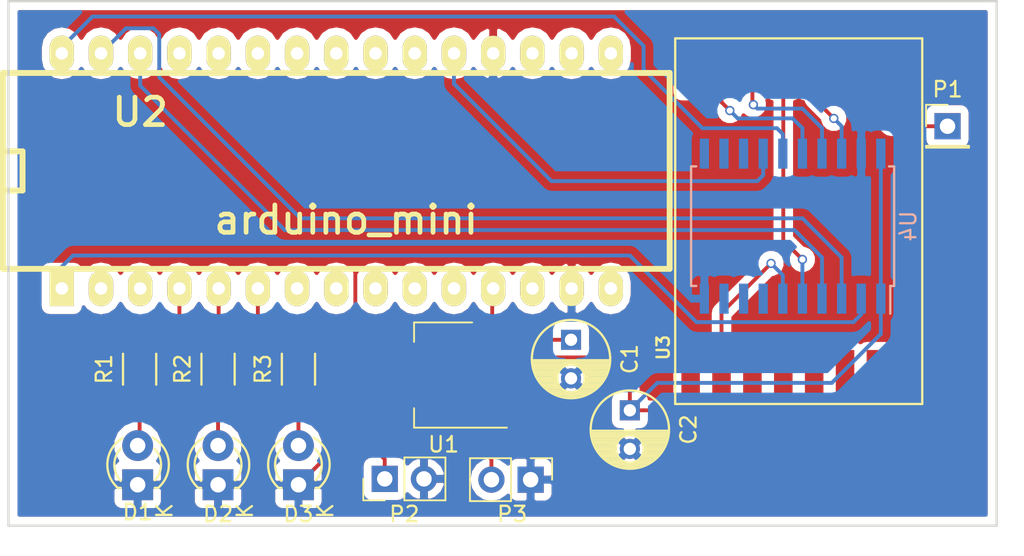
<source format=kicad_pcb>
(kicad_pcb (version 4) (host pcbnew 4.0.5-e0-6337~49~ubuntu16.04.1)

  (general
    (links 39)
    (no_connects 0)
    (area 125.250599 93.924999 191.850334 130.052133)
    (thickness 1.6)
    (drawings 4)
    (tracks 119)
    (zones 0)
    (modules 15)
    (nets 53)
  )

  (page A4)
  (layers
    (0 F.Cu signal)
    (31 B.Cu signal)
    (32 B.Adhes user)
    (33 F.Adhes user)
    (34 B.Paste user)
    (35 F.Paste user)
    (36 B.SilkS user)
    (37 F.SilkS user)
    (38 B.Mask user)
    (39 F.Mask user)
    (40 Dwgs.User user)
    (41 Cmts.User user)
    (42 Eco1.User user)
    (43 Eco2.User user)
    (44 Edge.Cuts user)
    (45 Margin user)
    (46 B.CrtYd user)
    (47 F.CrtYd user)
    (48 B.Fab user)
    (49 F.Fab user)
  )

  (setup
    (last_trace_width 0.25)
    (trace_clearance 0.2)
    (zone_clearance 0.508)
    (zone_45_only no)
    (trace_min 0.2)
    (segment_width 0.2)
    (edge_width 0.15)
    (via_size 0.6)
    (via_drill 0.4)
    (via_min_size 0.4)
    (via_min_drill 0.3)
    (uvia_size 0.3)
    (uvia_drill 0.1)
    (uvias_allowed no)
    (uvia_min_size 0.2)
    (uvia_min_drill 0.1)
    (pcb_text_width 0.3)
    (pcb_text_size 1.5 1.5)
    (mod_edge_width 0.15)
    (mod_text_size 1 1)
    (mod_text_width 0.15)
    (pad_size 1.524 1.524)
    (pad_drill 0.762)
    (pad_to_mask_clearance 0.2)
    (aux_axis_origin 0 0)
    (visible_elements FFFFFF7F)
    (pcbplotparams
      (layerselection 0x010f0_80000001)
      (usegerberextensions true)
      (excludeedgelayer true)
      (linewidth 0.100000)
      (plotframeref false)
      (viasonmask false)
      (mode 1)
      (useauxorigin false)
      (hpglpennumber 1)
      (hpglpenspeed 20)
      (hpglpendiameter 15)
      (hpglpenoverlay 2)
      (psnegative false)
      (psa4output false)
      (plotreference true)
      (plotvalue true)
      (plotinvisibletext false)
      (padsonsilk false)
      (subtractmaskfromsilk false)
      (outputformat 1)
      (mirror false)
      (drillshape 0)
      (scaleselection 1)
      (outputdirectory GERBER/))
  )

  (net 0 "")
  (net 1 /VUSB)
  (net 2 GND)
  (net 3 "Net-(D1-Pad2)")
  (net 4 "Net-(D2-Pad2)")
  (net 5 "Net-(D3-Pad2)")
  (net 6 "Net-(P1-Pad1)")
  (net 7 /LED_TX)
  (net 8 /LED_RX)
  (net 9 /LED_ERR)
  (net 10 /SCK)
  (net 11 "Net-(U2-Pad2)")
  (net 12 "Net-(U2-Pad3)")
  (net 13 "Net-(U2-Pad7)")
  (net 14 "Net-(U2-Pad8)")
  (net 15 "Net-(U2-Pad9)")
  (net 16 "Net-(U2-Pad10)")
  (net 17 "Net-(U2-Pad11)")
  (net 18 "Net-(U2-Pad13)")
  (net 19 "Net-(U2-Pad15)")
  (net 20 "Net-(U2-Pad16)")
  (net 21 "Net-(U2-Pad17)")
  (net 22 "Net-(U2-Pad18)")
  (net 23 /IRQ)
  (net 24 "Net-(U2-Pad21)")
  (net 25 "Net-(U2-Pad22)")
  (net 26 "Net-(U2-Pad23)")
  (net 27 "Net-(U2-Pad24)")
  (net 28 "Net-(U2-Pad25)")
  (net 29 "Net-(U2-Pad26)")
  (net 30 "Net-(U2-Pad27)")
  (net 31 /CS)
  (net 32 /MOSI)
  (net 33 /MISO)
  (net 34 "Net-(U3-Pad1)")
  (net 35 "Net-(U3-Pad3)")
  (net 36 "Net-(U3-Pad4)")
  (net 37 "Net-(U3-Pad5)")
  (net 38 "Net-(U3-Pad6)")
  (net 39 "Net-(U3-Pad7)")
  (net 40 "Net-(U3-Pad16)")
  (net 41 VCC)
  (net 42 /IRQ3)
  (net 43 /SCK3)
  (net 44 /MISO3)
  (net 45 /MOSI3)
  (net 46 /CS3)
  (net 47 "Net-(U4-Pad7)")
  (net 48 "Net-(U4-Pad8)")
  (net 49 "Net-(U4-Pad9)")
  (net 50 "Net-(U4-Pad11)")
  (net 51 "Net-(U4-Pad12)")
  (net 52 "Net-(U4-Pad13)")

  (net_class Default "This is the default net class."
    (clearance 0.2)
    (trace_width 0.25)
    (via_dia 0.6)
    (via_drill 0.4)
    (uvia_dia 0.3)
    (uvia_drill 0.1)
    (add_net /CS)
    (add_net /CS3)
    (add_net /IRQ)
    (add_net /IRQ3)
    (add_net /LED_ERR)
    (add_net /LED_RX)
    (add_net /LED_TX)
    (add_net /MISO)
    (add_net /MISO3)
    (add_net /MOSI)
    (add_net /MOSI3)
    (add_net /SCK)
    (add_net /SCK3)
    (add_net /VUSB)
    (add_net GND)
    (add_net "Net-(D1-Pad2)")
    (add_net "Net-(D2-Pad2)")
    (add_net "Net-(D3-Pad2)")
    (add_net "Net-(P1-Pad1)")
    (add_net "Net-(U2-Pad10)")
    (add_net "Net-(U2-Pad11)")
    (add_net "Net-(U2-Pad13)")
    (add_net "Net-(U2-Pad15)")
    (add_net "Net-(U2-Pad16)")
    (add_net "Net-(U2-Pad17)")
    (add_net "Net-(U2-Pad18)")
    (add_net "Net-(U2-Pad2)")
    (add_net "Net-(U2-Pad21)")
    (add_net "Net-(U2-Pad22)")
    (add_net "Net-(U2-Pad23)")
    (add_net "Net-(U2-Pad24)")
    (add_net "Net-(U2-Pad25)")
    (add_net "Net-(U2-Pad26)")
    (add_net "Net-(U2-Pad27)")
    (add_net "Net-(U2-Pad3)")
    (add_net "Net-(U2-Pad7)")
    (add_net "Net-(U2-Pad8)")
    (add_net "Net-(U2-Pad9)")
    (add_net "Net-(U3-Pad1)")
    (add_net "Net-(U3-Pad16)")
    (add_net "Net-(U3-Pad3)")
    (add_net "Net-(U3-Pad4)")
    (add_net "Net-(U3-Pad5)")
    (add_net "Net-(U3-Pad6)")
    (add_net "Net-(U3-Pad7)")
    (add_net "Net-(U4-Pad11)")
    (add_net "Net-(U4-Pad12)")
    (add_net "Net-(U4-Pad13)")
    (add_net "Net-(U4-Pad7)")
    (add_net "Net-(U4-Pad8)")
    (add_net "Net-(U4-Pad9)")
    (add_net VCC)
  )

  (module Mysensors_Radio:RFM69HW_SMD_Handsoldering (layer F.Cu) (tedit 558806AF) (tstamp 587F223C)
    (at 170.18 116.713 90)
    (descr RFM69HW)
    (tags "RFM69HW, RF69")
    (path /587E35B6)
    (fp_text reference U3 (at 0.254 -1.778 90) (layer F.SilkS)
      (effects (font (size 0.8 0.8) (thickness 0.16)))
    )
    (fp_text value RFM69HW (at 8.382 7.112 90) (layer F.Fab) hide
      (effects (font (size 0.8 0.8) (thickness 0.16)))
    )
    (fp_line (start -3.4 15) (end -3.4 -1) (layer F.SilkS) (width 0.15))
    (fp_line (start 20.3 15) (end -3.4 15) (layer F.SilkS) (width 0.15))
    (fp_line (start 20.3 -1) (end 20.3 15) (layer F.SilkS) (width 0.15))
    (fp_line (start -3.4 -1) (end 20.3 -1) (layer F.SilkS) (width 0.15))
    (fp_line (start -3.4 15) (end 20.3 15) (layer F.CrtYd) (width 0.15))
    (fp_line (start 20.3 -1) (end 20.3 15) (layer F.CrtYd) (width 0.15))
    (fp_line (start -3.4 -1) (end -3.4 15) (layer F.CrtYd) (width 0.15))
    (fp_line (start -3.4 -1) (end 20.3 -1) (layer F.CrtYd) (width 0.15))
    (fp_line (start 20.3 -1) (end 20.3 15) (layer B.CrtYd) (width 0.15))
    (fp_line (start -3.4 -1) (end -3.4 15) (layer B.CrtYd) (width 0.15))
    (fp_line (start -3.4 15) (end 20.3 15) (layer B.CrtYd) (width 0.15))
    (fp_line (start -3.4 -1) (end 20.3 -1) (layer B.CrtYd) (width 0.15))
    (pad 1 smd rect (at -1.4 0 90) (size 3 1.2) (layers F.Cu F.Paste F.Mask)
      (net 34 "Net-(U3-Pad1)"))
    (pad 2 smd rect (at -1.4 2 90) (size 3 1.2) (layers F.Cu F.Paste F.Mask)
      (net 42 /IRQ3))
    (pad 3 smd rect (at -1.4 4 90) (size 3 1.2) (layers F.Cu F.Paste F.Mask)
      (net 35 "Net-(U3-Pad3)"))
    (pad 4 smd rect (at -1.4 6 90) (size 3 1.2) (layers F.Cu F.Paste F.Mask)
      (net 36 "Net-(U3-Pad4)"))
    (pad 5 smd rect (at -1.4 8 90) (size 3 1.2) (layers F.Cu F.Paste F.Mask)
      (net 37 "Net-(U3-Pad5)"))
    (pad 6 smd rect (at -1.4 10 90) (size 3 1.2) (layers F.Cu F.Paste F.Mask)
      (net 38 "Net-(U3-Pad6)"))
    (pad 7 smd rect (at -1.4 12 90) (size 3 1.2) (layers F.Cu F.Paste F.Mask)
      (net 39 "Net-(U3-Pad7)"))
    (pad 8 smd rect (at -1.4 14 90) (size 3 1.2) (layers F.Cu F.Paste F.Mask)
      (net 41 VCC))
    (pad 9 smd rect (at 18.3 14 90) (size 3 1.2) (layers F.Cu F.Paste F.Mask)
      (net 2 GND))
    (pad 10 smd rect (at 18.3 12 90) (size 3 1.2) (layers F.Cu F.Paste F.Mask)
      (net 6 "Net-(P1-Pad1)"))
    (pad 11 smd rect (at 18.3 10 90) (size 3 1.2) (layers F.Cu F.Paste F.Mask)
      (net 2 GND))
    (pad 12 smd rect (at 18.3 8 90) (size 3 1.2) (layers F.Cu F.Paste F.Mask)
      (net 43 /SCK3))
    (pad 13 smd rect (at 18.3 6 90) (size 3 1.2) (layers F.Cu F.Paste F.Mask)
      (net 44 /MISO3))
    (pad 14 smd rect (at 18.3 4 90) (size 3 1.2) (layers F.Cu F.Paste F.Mask)
      (net 45 /MOSI3))
    (pad 15 smd rect (at 18.3 2 90) (size 3 1.2) (layers F.Cu F.Paste F.Mask)
      (net 46 /CS3))
    (pad 16 smd rect (at 18.3 0 90) (size 3 1.2) (layers F.Cu F.Paste F.Mask)
      (net 40 "Net-(U3-Pad16)"))
    (model ${MYSLOCAL}/mysensors.3dshapes/mysensors_radios.3dshapes/rfm69hw.wrl
      (at (xyz 0.332 -0.275 0.03))
      (scale (xyz 0.395 0.395 0.395))
      (rotate (xyz 0 0 180))
    )
    (model Crystals.3dshapes/crystal_FA238-TSX3225.wrl
      (at (xyz 0.332 -0.08 0.06))
      (scale (xyz 0.24 0.24 0.24))
      (rotate (xyz 0 0 90))
    )
    (model Housings_DFN_QFN.3dshapes/QFN-28-1EP_5x5mm_Pitch0.5mm.wrl
      (at (xyz 0.204 -0.445 0.06))
      (scale (xyz 1 1 1))
      (rotate (xyz 0 0 0))
    )
  )

  (module Capacitors_THT:C_Radial_D5_L6_P2.5 (layer F.Cu) (tedit 0) (tstamp 587E3834)
    (at 162.433 115.951 270)
    (descr "Radial Electrolytic Capacitor Diameter 5mm x Length 6mm, Pitch 2.5mm")
    (tags "Electrolytic Capacitor")
    (path /587E3C08)
    (fp_text reference C1 (at 1.25 -3.8 270) (layer F.SilkS)
      (effects (font (size 1 1) (thickness 0.15)))
    )
    (fp_text value C (at 1.25 3.8 270) (layer F.Fab)
      (effects (font (size 1 1) (thickness 0.15)))
    )
    (fp_line (start 1.325 -2.499) (end 1.325 2.499) (layer F.SilkS) (width 0.15))
    (fp_line (start 1.465 -2.491) (end 1.465 2.491) (layer F.SilkS) (width 0.15))
    (fp_line (start 1.605 -2.475) (end 1.605 -0.095) (layer F.SilkS) (width 0.15))
    (fp_line (start 1.605 0.095) (end 1.605 2.475) (layer F.SilkS) (width 0.15))
    (fp_line (start 1.745 -2.451) (end 1.745 -0.49) (layer F.SilkS) (width 0.15))
    (fp_line (start 1.745 0.49) (end 1.745 2.451) (layer F.SilkS) (width 0.15))
    (fp_line (start 1.885 -2.418) (end 1.885 -0.657) (layer F.SilkS) (width 0.15))
    (fp_line (start 1.885 0.657) (end 1.885 2.418) (layer F.SilkS) (width 0.15))
    (fp_line (start 2.025 -2.377) (end 2.025 -0.764) (layer F.SilkS) (width 0.15))
    (fp_line (start 2.025 0.764) (end 2.025 2.377) (layer F.SilkS) (width 0.15))
    (fp_line (start 2.165 -2.327) (end 2.165 -0.835) (layer F.SilkS) (width 0.15))
    (fp_line (start 2.165 0.835) (end 2.165 2.327) (layer F.SilkS) (width 0.15))
    (fp_line (start 2.305 -2.266) (end 2.305 -0.879) (layer F.SilkS) (width 0.15))
    (fp_line (start 2.305 0.879) (end 2.305 2.266) (layer F.SilkS) (width 0.15))
    (fp_line (start 2.445 -2.196) (end 2.445 -0.898) (layer F.SilkS) (width 0.15))
    (fp_line (start 2.445 0.898) (end 2.445 2.196) (layer F.SilkS) (width 0.15))
    (fp_line (start 2.585 -2.114) (end 2.585 -0.896) (layer F.SilkS) (width 0.15))
    (fp_line (start 2.585 0.896) (end 2.585 2.114) (layer F.SilkS) (width 0.15))
    (fp_line (start 2.725 -2.019) (end 2.725 -0.871) (layer F.SilkS) (width 0.15))
    (fp_line (start 2.725 0.871) (end 2.725 2.019) (layer F.SilkS) (width 0.15))
    (fp_line (start 2.865 -1.908) (end 2.865 -0.823) (layer F.SilkS) (width 0.15))
    (fp_line (start 2.865 0.823) (end 2.865 1.908) (layer F.SilkS) (width 0.15))
    (fp_line (start 3.005 -1.78) (end 3.005 -0.745) (layer F.SilkS) (width 0.15))
    (fp_line (start 3.005 0.745) (end 3.005 1.78) (layer F.SilkS) (width 0.15))
    (fp_line (start 3.145 -1.631) (end 3.145 -0.628) (layer F.SilkS) (width 0.15))
    (fp_line (start 3.145 0.628) (end 3.145 1.631) (layer F.SilkS) (width 0.15))
    (fp_line (start 3.285 -1.452) (end 3.285 -0.44) (layer F.SilkS) (width 0.15))
    (fp_line (start 3.285 0.44) (end 3.285 1.452) (layer F.SilkS) (width 0.15))
    (fp_line (start 3.425 -1.233) (end 3.425 1.233) (layer F.SilkS) (width 0.15))
    (fp_line (start 3.565 -0.944) (end 3.565 0.944) (layer F.SilkS) (width 0.15))
    (fp_line (start 3.705 -0.472) (end 3.705 0.472) (layer F.SilkS) (width 0.15))
    (fp_circle (center 2.5 0) (end 2.5 -0.9) (layer F.SilkS) (width 0.15))
    (fp_circle (center 1.25 0) (end 1.25 -2.5375) (layer F.SilkS) (width 0.15))
    (fp_circle (center 1.25 0) (end 1.25 -2.8) (layer F.CrtYd) (width 0.05))
    (pad 1 thru_hole rect (at 0 0 270) (size 1.3 1.3) (drill 0.8) (layers *.Cu *.Mask)
      (net 1 /VUSB))
    (pad 2 thru_hole circle (at 2.5 0 270) (size 1.3 1.3) (drill 0.8) (layers *.Cu *.Mask)
      (net 2 GND))
    (model Capacitors_ThroughHole.3dshapes/C_Radial_D5_L6_P2.5.wrl
      (at (xyz 0.0492126 0 0))
      (scale (xyz 1 1 1))
      (rotate (xyz 0 0 90))
    )
  )

  (module Capacitors_THT:C_Radial_D5_L6_P2.5 (layer F.Cu) (tedit 0) (tstamp 587E383A)
    (at 166.243 120.523 270)
    (descr "Radial Electrolytic Capacitor Diameter 5mm x Length 6mm, Pitch 2.5mm")
    (tags "Electrolytic Capacitor")
    (path /587E3B8A)
    (fp_text reference C2 (at 1.25 -3.8 270) (layer F.SilkS)
      (effects (font (size 1 1) (thickness 0.15)))
    )
    (fp_text value C (at 1.25 3.8 270) (layer F.Fab)
      (effects (font (size 1 1) (thickness 0.15)))
    )
    (fp_line (start 1.325 -2.499) (end 1.325 2.499) (layer F.SilkS) (width 0.15))
    (fp_line (start 1.465 -2.491) (end 1.465 2.491) (layer F.SilkS) (width 0.15))
    (fp_line (start 1.605 -2.475) (end 1.605 -0.095) (layer F.SilkS) (width 0.15))
    (fp_line (start 1.605 0.095) (end 1.605 2.475) (layer F.SilkS) (width 0.15))
    (fp_line (start 1.745 -2.451) (end 1.745 -0.49) (layer F.SilkS) (width 0.15))
    (fp_line (start 1.745 0.49) (end 1.745 2.451) (layer F.SilkS) (width 0.15))
    (fp_line (start 1.885 -2.418) (end 1.885 -0.657) (layer F.SilkS) (width 0.15))
    (fp_line (start 1.885 0.657) (end 1.885 2.418) (layer F.SilkS) (width 0.15))
    (fp_line (start 2.025 -2.377) (end 2.025 -0.764) (layer F.SilkS) (width 0.15))
    (fp_line (start 2.025 0.764) (end 2.025 2.377) (layer F.SilkS) (width 0.15))
    (fp_line (start 2.165 -2.327) (end 2.165 -0.835) (layer F.SilkS) (width 0.15))
    (fp_line (start 2.165 0.835) (end 2.165 2.327) (layer F.SilkS) (width 0.15))
    (fp_line (start 2.305 -2.266) (end 2.305 -0.879) (layer F.SilkS) (width 0.15))
    (fp_line (start 2.305 0.879) (end 2.305 2.266) (layer F.SilkS) (width 0.15))
    (fp_line (start 2.445 -2.196) (end 2.445 -0.898) (layer F.SilkS) (width 0.15))
    (fp_line (start 2.445 0.898) (end 2.445 2.196) (layer F.SilkS) (width 0.15))
    (fp_line (start 2.585 -2.114) (end 2.585 -0.896) (layer F.SilkS) (width 0.15))
    (fp_line (start 2.585 0.896) (end 2.585 2.114) (layer F.SilkS) (width 0.15))
    (fp_line (start 2.725 -2.019) (end 2.725 -0.871) (layer F.SilkS) (width 0.15))
    (fp_line (start 2.725 0.871) (end 2.725 2.019) (layer F.SilkS) (width 0.15))
    (fp_line (start 2.865 -1.908) (end 2.865 -0.823) (layer F.SilkS) (width 0.15))
    (fp_line (start 2.865 0.823) (end 2.865 1.908) (layer F.SilkS) (width 0.15))
    (fp_line (start 3.005 -1.78) (end 3.005 -0.745) (layer F.SilkS) (width 0.15))
    (fp_line (start 3.005 0.745) (end 3.005 1.78) (layer F.SilkS) (width 0.15))
    (fp_line (start 3.145 -1.631) (end 3.145 -0.628) (layer F.SilkS) (width 0.15))
    (fp_line (start 3.145 0.628) (end 3.145 1.631) (layer F.SilkS) (width 0.15))
    (fp_line (start 3.285 -1.452) (end 3.285 -0.44) (layer F.SilkS) (width 0.15))
    (fp_line (start 3.285 0.44) (end 3.285 1.452) (layer F.SilkS) (width 0.15))
    (fp_line (start 3.425 -1.233) (end 3.425 1.233) (layer F.SilkS) (width 0.15))
    (fp_line (start 3.565 -0.944) (end 3.565 0.944) (layer F.SilkS) (width 0.15))
    (fp_line (start 3.705 -0.472) (end 3.705 0.472) (layer F.SilkS) (width 0.15))
    (fp_circle (center 2.5 0) (end 2.5 -0.9) (layer F.SilkS) (width 0.15))
    (fp_circle (center 1.25 0) (end 1.25 -2.5375) (layer F.SilkS) (width 0.15))
    (fp_circle (center 1.25 0) (end 1.25 -2.8) (layer F.CrtYd) (width 0.05))
    (pad 1 thru_hole rect (at 0 0 270) (size 1.3 1.3) (drill 0.8) (layers *.Cu *.Mask)
      (net 41 VCC))
    (pad 2 thru_hole circle (at 2.5 0 270) (size 1.3 1.3) (drill 0.8) (layers *.Cu *.Mask)
      (net 2 GND))
    (model Capacitors_ThroughHole.3dshapes/C_Radial_D5_L6_P2.5.wrl
      (at (xyz 0.0492126 0 0))
      (scale (xyz 1 1 1))
      (rotate (xyz 0 0 90))
    )
  )

  (module LEDs:LED-3MM (layer F.Cu) (tedit 587F14BB) (tstamp 587E3840)
    (at 134.366 125.349 90)
    (descr "LED 3mm round vertical")
    (tags "LED  3mm round vertical")
    (path /587E3694)
    (fp_text reference D1 (at -1.778 0 180) (layer F.SilkS)
      (effects (font (size 1 1) (thickness 0.15)))
    )
    (fp_text value LED (at 1.3 -2.9 90) (layer F.Fab)
      (effects (font (size 1 1) (thickness 0.15)))
    )
    (fp_line (start -1.2 2.3) (end 3.8 2.3) (layer F.CrtYd) (width 0.05))
    (fp_line (start 3.8 2.3) (end 3.8 -2.2) (layer F.CrtYd) (width 0.05))
    (fp_line (start 3.8 -2.2) (end -1.2 -2.2) (layer F.CrtYd) (width 0.05))
    (fp_line (start -1.2 -2.2) (end -1.2 2.3) (layer F.CrtYd) (width 0.05))
    (fp_line (start -0.199 1.314) (end -0.199 1.114) (layer F.SilkS) (width 0.15))
    (fp_line (start -0.199 -1.28) (end -0.199 -1.1) (layer F.SilkS) (width 0.15))
    (fp_arc (start 1.301 0.034) (end -0.199 -1.286) (angle 108.5) (layer F.SilkS) (width 0.15))
    (fp_arc (start 1.301 0.034) (end 0.25 -1.1) (angle 85.7) (layer F.SilkS) (width 0.15))
    (fp_arc (start 1.311 0.034) (end 3.051 0.994) (angle 110) (layer F.SilkS) (width 0.15))
    (fp_arc (start 1.301 0.034) (end 2.335 1.094) (angle 87.5) (layer F.SilkS) (width 0.15))
    (fp_text user K (at -1.69 1.74 90) (layer F.SilkS)
      (effects (font (size 1 1) (thickness 0.15)))
    )
    (pad 1 thru_hole rect (at 0 0 180) (size 2 2) (drill 1.00076) (layers *.Cu *.Mask)
      (net 2 GND))
    (pad 2 thru_hole circle (at 2.54 0 90) (size 2 2) (drill 1.00076) (layers *.Cu *.Mask)
      (net 3 "Net-(D1-Pad2)"))
    (model LEDs.3dshapes/LED-3MM.wrl
      (at (xyz 0.05 0 0))
      (scale (xyz 1 1 1))
      (rotate (xyz 0 0 90))
    )
  )

  (module LEDs:LED-3MM (layer F.Cu) (tedit 587F14C4) (tstamp 587E3846)
    (at 139.573 125.349 90)
    (descr "LED 3mm round vertical")
    (tags "LED  3mm round vertical")
    (path /587E37F8)
    (fp_text reference D2 (at -1.905 0 180) (layer F.SilkS)
      (effects (font (size 1 1) (thickness 0.15)))
    )
    (fp_text value LED (at 1.3 -2.9 90) (layer F.Fab)
      (effects (font (size 1 1) (thickness 0.15)))
    )
    (fp_line (start -1.2 2.3) (end 3.8 2.3) (layer F.CrtYd) (width 0.05))
    (fp_line (start 3.8 2.3) (end 3.8 -2.2) (layer F.CrtYd) (width 0.05))
    (fp_line (start 3.8 -2.2) (end -1.2 -2.2) (layer F.CrtYd) (width 0.05))
    (fp_line (start -1.2 -2.2) (end -1.2 2.3) (layer F.CrtYd) (width 0.05))
    (fp_line (start -0.199 1.314) (end -0.199 1.114) (layer F.SilkS) (width 0.15))
    (fp_line (start -0.199 -1.28) (end -0.199 -1.1) (layer F.SilkS) (width 0.15))
    (fp_arc (start 1.301 0.034) (end -0.199 -1.286) (angle 108.5) (layer F.SilkS) (width 0.15))
    (fp_arc (start 1.301 0.034) (end 0.25 -1.1) (angle 85.7) (layer F.SilkS) (width 0.15))
    (fp_arc (start 1.311 0.034) (end 3.051 0.994) (angle 110) (layer F.SilkS) (width 0.15))
    (fp_arc (start 1.301 0.034) (end 2.335 1.094) (angle 87.5) (layer F.SilkS) (width 0.15))
    (fp_text user K (at -1.69 1.74 90) (layer F.SilkS)
      (effects (font (size 1 1) (thickness 0.15)))
    )
    (pad 1 thru_hole rect (at 0 0 180) (size 2 2) (drill 1.00076) (layers *.Cu *.Mask)
      (net 2 GND))
    (pad 2 thru_hole circle (at 2.54 0 90) (size 2 2) (drill 1.00076) (layers *.Cu *.Mask)
      (net 4 "Net-(D2-Pad2)"))
    (model LEDs.3dshapes/LED-3MM.wrl
      (at (xyz 0.05 0 0))
      (scale (xyz 1 1 1))
      (rotate (xyz 0 0 90))
    )
  )

  (module LEDs:LED-3MM (layer F.Cu) (tedit 587F14CB) (tstamp 587E384C)
    (at 144.78 125.349 90)
    (descr "LED 3mm round vertical")
    (tags "LED  3mm round vertical")
    (path /587E384F)
    (fp_text reference D3 (at -1.905 0 180) (layer F.SilkS)
      (effects (font (size 1 1) (thickness 0.15)))
    )
    (fp_text value LED (at 1.3 -2.9 90) (layer F.Fab)
      (effects (font (size 1 1) (thickness 0.15)))
    )
    (fp_line (start -1.2 2.3) (end 3.8 2.3) (layer F.CrtYd) (width 0.05))
    (fp_line (start 3.8 2.3) (end 3.8 -2.2) (layer F.CrtYd) (width 0.05))
    (fp_line (start 3.8 -2.2) (end -1.2 -2.2) (layer F.CrtYd) (width 0.05))
    (fp_line (start -1.2 -2.2) (end -1.2 2.3) (layer F.CrtYd) (width 0.05))
    (fp_line (start -0.199 1.314) (end -0.199 1.114) (layer F.SilkS) (width 0.15))
    (fp_line (start -0.199 -1.28) (end -0.199 -1.1) (layer F.SilkS) (width 0.15))
    (fp_arc (start 1.301 0.034) (end -0.199 -1.286) (angle 108.5) (layer F.SilkS) (width 0.15))
    (fp_arc (start 1.301 0.034) (end 0.25 -1.1) (angle 85.7) (layer F.SilkS) (width 0.15))
    (fp_arc (start 1.311 0.034) (end 3.051 0.994) (angle 110) (layer F.SilkS) (width 0.15))
    (fp_arc (start 1.301 0.034) (end 2.335 1.094) (angle 87.5) (layer F.SilkS) (width 0.15))
    (fp_text user K (at -1.69 1.74 90) (layer F.SilkS)
      (effects (font (size 1 1) (thickness 0.15)))
    )
    (pad 1 thru_hole rect (at 0 0 180) (size 2 2) (drill 1.00076) (layers *.Cu *.Mask)
      (net 2 GND))
    (pad 2 thru_hole circle (at 2.54 0 90) (size 2 2) (drill 1.00076) (layers *.Cu *.Mask)
      (net 5 "Net-(D3-Pad2)"))
    (model LEDs.3dshapes/LED-3MM.wrl
      (at (xyz 0.05 0 0))
      (scale (xyz 1 1 1))
      (rotate (xyz 0 0 90))
    )
  )

  (module Pin_Headers:Pin_Header_Straight_1x01_Pitch2.54mm (layer F.Cu) (tedit 587F153B) (tstamp 587E3851)
    (at 186.817 102.108)
    (descr "Through hole straight pin header, 1x01, 2.54mm pitch, single row")
    (tags "Through hole pin header THT 1x01 2.54mm single row")
    (path /587E3906)
    (fp_text reference P1 (at 0 -2.39) (layer F.SilkS)
      (effects (font (size 1 1) (thickness 0.15)))
    )
    (fp_text value CONN_01X01 (at 0 2.39) (layer F.Fab)
      (effects (font (size 1 1) (thickness 0.15)))
    )
    (fp_line (start -1.27 -1.27) (end -1.27 1.27) (layer F.Fab) (width 0.1))
    (fp_line (start -1.27 1.27) (end 1.27 1.27) (layer F.Fab) (width 0.1))
    (fp_line (start 1.27 1.27) (end 1.27 -1.27) (layer F.Fab) (width 0.1))
    (fp_line (start 1.27 -1.27) (end -1.27 -1.27) (layer F.Fab) (width 0.1))
    (fp_line (start -1.39 1.27) (end -1.39 1.39) (layer F.SilkS) (width 0.12))
    (fp_line (start -1.39 1.39) (end 1.39 1.39) (layer F.SilkS) (width 0.12))
    (fp_line (start 1.39 1.39) (end 1.39 1.27) (layer F.SilkS) (width 0.12))
    (fp_line (start 1.39 1.27) (end -1.39 1.27) (layer F.SilkS) (width 0.12))
    (fp_line (start -1.39 0) (end -1.39 -1.39) (layer F.SilkS) (width 0.12))
    (fp_line (start -1.39 -1.39) (end 0 -1.39) (layer F.SilkS) (width 0.12))
    (fp_line (start -1.6 -1.6) (end -1.6 1.6) (layer F.CrtYd) (width 0.05))
    (fp_line (start -1.6 1.6) (end 1.6 1.6) (layer F.CrtYd) (width 0.05))
    (fp_line (start 1.6 1.6) (end 1.6 -1.6) (layer F.CrtYd) (width 0.05))
    (fp_line (start 1.6 -1.6) (end -1.6 -1.6) (layer F.CrtYd) (width 0.05))
    (pad 1 thru_hole rect (at 0 0) (size 1.7 1.7) (drill 1) (layers *.Cu *.Mask)
      (net 6 "Net-(P1-Pad1)"))
    (model Pin_Headers.3dshapes/Pin_Header_Straight_1x01_Pitch2.54mm.wrl
      (at (xyz 0 0 0))
      (scale (xyz 1 1 1))
      (rotate (xyz 0 0 90))
    )
  )

  (module Resistors_SMD:R_1206_HandSoldering (layer F.Cu) (tedit 58307C0D) (tstamp 587E3857)
    (at 134.493 117.856 90)
    (descr "Resistor SMD 1206, hand soldering")
    (tags "resistor 1206")
    (path /587E373F)
    (attr smd)
    (fp_text reference R1 (at 0 -2.3 90) (layer F.SilkS)
      (effects (font (size 1 1) (thickness 0.15)))
    )
    (fp_text value R (at 0 2.3 90) (layer F.Fab)
      (effects (font (size 1 1) (thickness 0.15)))
    )
    (fp_line (start -1.6 0.8) (end -1.6 -0.8) (layer F.Fab) (width 0.1))
    (fp_line (start 1.6 0.8) (end -1.6 0.8) (layer F.Fab) (width 0.1))
    (fp_line (start 1.6 -0.8) (end 1.6 0.8) (layer F.Fab) (width 0.1))
    (fp_line (start -1.6 -0.8) (end 1.6 -0.8) (layer F.Fab) (width 0.1))
    (fp_line (start -3.3 -1.2) (end 3.3 -1.2) (layer F.CrtYd) (width 0.05))
    (fp_line (start -3.3 1.2) (end 3.3 1.2) (layer F.CrtYd) (width 0.05))
    (fp_line (start -3.3 -1.2) (end -3.3 1.2) (layer F.CrtYd) (width 0.05))
    (fp_line (start 3.3 -1.2) (end 3.3 1.2) (layer F.CrtYd) (width 0.05))
    (fp_line (start 1 1.075) (end -1 1.075) (layer F.SilkS) (width 0.15))
    (fp_line (start -1 -1.075) (end 1 -1.075) (layer F.SilkS) (width 0.15))
    (pad 1 smd rect (at -2 0 90) (size 2 1.7) (layers F.Cu F.Paste F.Mask)
      (net 3 "Net-(D1-Pad2)"))
    (pad 2 smd rect (at 2 0 90) (size 2 1.7) (layers F.Cu F.Paste F.Mask)
      (net 7 /LED_TX))
    (model Resistors_SMD.3dshapes/R_1206_HandSoldering.wrl
      (at (xyz 0 0 0))
      (scale (xyz 1 1 1))
      (rotate (xyz 0 0 0))
    )
  )

  (module Resistors_SMD:R_1206_HandSoldering (layer F.Cu) (tedit 58307C0D) (tstamp 587E385D)
    (at 139.573 117.856 90)
    (descr "Resistor SMD 1206, hand soldering")
    (tags "resistor 1206")
    (path /587E37FE)
    (attr smd)
    (fp_text reference R2 (at 0 -2.3 90) (layer F.SilkS)
      (effects (font (size 1 1) (thickness 0.15)))
    )
    (fp_text value R (at 0 2.3 90) (layer F.Fab)
      (effects (font (size 1 1) (thickness 0.15)))
    )
    (fp_line (start -1.6 0.8) (end -1.6 -0.8) (layer F.Fab) (width 0.1))
    (fp_line (start 1.6 0.8) (end -1.6 0.8) (layer F.Fab) (width 0.1))
    (fp_line (start 1.6 -0.8) (end 1.6 0.8) (layer F.Fab) (width 0.1))
    (fp_line (start -1.6 -0.8) (end 1.6 -0.8) (layer F.Fab) (width 0.1))
    (fp_line (start -3.3 -1.2) (end 3.3 -1.2) (layer F.CrtYd) (width 0.05))
    (fp_line (start -3.3 1.2) (end 3.3 1.2) (layer F.CrtYd) (width 0.05))
    (fp_line (start -3.3 -1.2) (end -3.3 1.2) (layer F.CrtYd) (width 0.05))
    (fp_line (start 3.3 -1.2) (end 3.3 1.2) (layer F.CrtYd) (width 0.05))
    (fp_line (start 1 1.075) (end -1 1.075) (layer F.SilkS) (width 0.15))
    (fp_line (start -1 -1.075) (end 1 -1.075) (layer F.SilkS) (width 0.15))
    (pad 1 smd rect (at -2 0 90) (size 2 1.7) (layers F.Cu F.Paste F.Mask)
      (net 4 "Net-(D2-Pad2)"))
    (pad 2 smd rect (at 2 0 90) (size 2 1.7) (layers F.Cu F.Paste F.Mask)
      (net 8 /LED_RX))
    (model Resistors_SMD.3dshapes/R_1206_HandSoldering.wrl
      (at (xyz 0 0 0))
      (scale (xyz 1 1 1))
      (rotate (xyz 0 0 0))
    )
  )

  (module Resistors_SMD:R_1206_HandSoldering (layer F.Cu) (tedit 58307C0D) (tstamp 587E3863)
    (at 144.78 117.856 90)
    (descr "Resistor SMD 1206, hand soldering")
    (tags "resistor 1206")
    (path /587E3855)
    (attr smd)
    (fp_text reference R3 (at 0 -2.3 90) (layer F.SilkS)
      (effects (font (size 1 1) (thickness 0.15)))
    )
    (fp_text value R (at 0 2.3 90) (layer F.Fab)
      (effects (font (size 1 1) (thickness 0.15)))
    )
    (fp_line (start -1.6 0.8) (end -1.6 -0.8) (layer F.Fab) (width 0.1))
    (fp_line (start 1.6 0.8) (end -1.6 0.8) (layer F.Fab) (width 0.1))
    (fp_line (start 1.6 -0.8) (end 1.6 0.8) (layer F.Fab) (width 0.1))
    (fp_line (start -1.6 -0.8) (end 1.6 -0.8) (layer F.Fab) (width 0.1))
    (fp_line (start -3.3 -1.2) (end 3.3 -1.2) (layer F.CrtYd) (width 0.05))
    (fp_line (start -3.3 1.2) (end 3.3 1.2) (layer F.CrtYd) (width 0.05))
    (fp_line (start -3.3 -1.2) (end -3.3 1.2) (layer F.CrtYd) (width 0.05))
    (fp_line (start 3.3 -1.2) (end 3.3 1.2) (layer F.CrtYd) (width 0.05))
    (fp_line (start 1 1.075) (end -1 1.075) (layer F.SilkS) (width 0.15))
    (fp_line (start -1 -1.075) (end 1 -1.075) (layer F.SilkS) (width 0.15))
    (pad 1 smd rect (at -2 0 90) (size 2 1.7) (layers F.Cu F.Paste F.Mask)
      (net 5 "Net-(D3-Pad2)"))
    (pad 2 smd rect (at 2 0 90) (size 2 1.7) (layers F.Cu F.Paste F.Mask)
      (net 9 /LED_ERR))
    (model Resistors_SMD.3dshapes/R_1206_HandSoldering.wrl
      (at (xyz 0 0 0))
      (scale (xyz 1 1 1))
      (rotate (xyz 0 0 0))
    )
  )

  (module TO_SOT_Packages_SMD:SOT-223 (layer F.Cu) (tedit 583F3B4E) (tstamp 587E386B)
    (at 154.178 118.237 180)
    (descr "module CMS SOT223 4 pins")
    (tags "CMS SOT")
    (path /587E35F9)
    (attr smd)
    (fp_text reference U1 (at 0 -4.5 180) (layer F.SilkS)
      (effects (font (size 1 1) (thickness 0.15)))
    )
    (fp_text value AP111733 (at 0 4.5 180) (layer F.Fab)
      (effects (font (size 1 1) (thickness 0.15)))
    )
    (fp_line (start 1.91 3.41) (end 1.91 2.15) (layer F.SilkS) (width 0.12))
    (fp_line (start 1.91 -3.41) (end 1.91 -2.15) (layer F.SilkS) (width 0.12))
    (fp_line (start 4.4 -3.6) (end -4.4 -3.6) (layer F.CrtYd) (width 0.05))
    (fp_line (start 4.4 3.6) (end 4.4 -3.6) (layer F.CrtYd) (width 0.05))
    (fp_line (start -4.4 3.6) (end 4.4 3.6) (layer F.CrtYd) (width 0.05))
    (fp_line (start -4.4 -3.6) (end -4.4 3.6) (layer F.CrtYd) (width 0.05))
    (fp_line (start -1.85 -3.35) (end -1.85 3.35) (layer F.Fab) (width 0.15))
    (fp_line (start -1.85 3.41) (end 1.91 3.41) (layer F.SilkS) (width 0.12))
    (fp_line (start -1.85 -3.35) (end 1.85 -3.35) (layer F.Fab) (width 0.15))
    (fp_line (start -4.1 -3.41) (end 1.91 -3.41) (layer F.SilkS) (width 0.12))
    (fp_line (start -1.85 3.35) (end 1.85 3.35) (layer F.Fab) (width 0.15))
    (fp_line (start 1.85 -3.35) (end 1.85 3.35) (layer F.Fab) (width 0.15))
    (pad 4 smd rect (at 3.15 0 180) (size 2 3.8) (layers F.Cu F.Paste F.Mask)
      (net 41 VCC))
    (pad 2 smd rect (at -3.15 0 180) (size 2 1.5) (layers F.Cu F.Paste F.Mask)
      (net 41 VCC))
    (pad 3 smd rect (at -3.15 2.3 180) (size 2 1.5) (layers F.Cu F.Paste F.Mask)
      (net 1 /VUSB))
    (pad 1 smd rect (at -3.15 -2.3 180) (size 2 1.5) (layers F.Cu F.Paste F.Mask)
      (net 2 GND))
    (model TO_SOT_Packages_SMD.3dshapes/SOT-223.wrl
      (at (xyz 0 0 0))
      (scale (xyz 0.4 0.4 0.4))
      (rotate (xyz 0 0 90))
    )
  )

  (module arduino:arduino_mini (layer F.Cu) (tedit 507C2E55) (tstamp 587E388D)
    (at 148.5011 105.0036)
    (descr "30 pins DIL package, elliptical pads, width 600mil (arduino mini)")
    (tags "DIL arduino mini")
    (path /587E3552)
    (fp_text reference U2 (at -13.97 -3.81) (layer F.SilkS)
      (effects (font (size 1.778 1.778) (thickness 0.3048)))
    )
    (fp_text value arduino_mini (at -0.635 3.175) (layer F.SilkS)
      (effects (font (size 1.778 1.778) (thickness 0.3048)))
    )
    (fp_line (start -22.86 -6.35) (end 20.32 -6.35) (layer F.SilkS) (width 0.381))
    (fp_line (start 20.32 -6.35) (end 20.32 6.35) (layer F.SilkS) (width 0.381))
    (fp_line (start 20.32 6.35) (end -22.86 6.35) (layer F.SilkS) (width 0.381))
    (fp_line (start -22.86 6.35) (end -22.86 -6.35) (layer F.SilkS) (width 0.381))
    (fp_line (start -22.86 1.27) (end -21.59 1.27) (layer F.SilkS) (width 0.381))
    (fp_line (start -21.59 1.27) (end -21.59 -1.27) (layer F.SilkS) (width 0.381))
    (fp_line (start -21.59 -1.27) (end -22.86 -1.27) (layer F.SilkS) (width 0.381))
    (pad 1 thru_hole rect (at -19.05 7.62) (size 1.5748 2.286) (drill 0.8128) (layers *.Cu *.Mask F.SilkS)
      (net 10 /SCK))
    (pad 2 thru_hole oval (at -16.51 7.62) (size 1.5748 2.286) (drill 0.8128) (layers *.Cu *.Mask F.SilkS)
      (net 11 "Net-(U2-Pad2)"))
    (pad 3 thru_hole oval (at -13.97 7.62) (size 1.5748 2.286) (drill 0.8128) (layers *.Cu *.Mask F.SilkS)
      (net 12 "Net-(U2-Pad3)"))
    (pad 4 thru_hole oval (at -11.43 7.62) (size 1.5748 2.286) (drill 0.8128) (layers *.Cu *.Mask F.SilkS)
      (net 7 /LED_TX))
    (pad 5 thru_hole oval (at -8.89 7.62) (size 1.5748 2.286) (drill 0.8128) (layers *.Cu *.Mask F.SilkS)
      (net 8 /LED_RX))
    (pad 6 thru_hole oval (at -6.35 7.62) (size 1.5748 2.286) (drill 0.8128) (layers *.Cu *.Mask F.SilkS)
      (net 9 /LED_ERR))
    (pad 7 thru_hole oval (at -3.81 7.62) (size 1.5748 2.286) (drill 0.8128) (layers *.Cu *.Mask F.SilkS)
      (net 13 "Net-(U2-Pad7)"))
    (pad 8 thru_hole oval (at -1.27 7.62) (size 1.5748 2.286) (drill 0.8128) (layers *.Cu *.Mask F.SilkS)
      (net 14 "Net-(U2-Pad8)"))
    (pad 9 thru_hole oval (at 1.27 7.62) (size 1.5748 2.286) (drill 0.8128) (layers *.Cu *.Mask F.SilkS)
      (net 15 "Net-(U2-Pad9)"))
    (pad 10 thru_hole oval (at 3.81 7.62) (size 1.5748 2.286) (drill 0.8128) (layers *.Cu *.Mask F.SilkS)
      (net 16 "Net-(U2-Pad10)"))
    (pad 11 thru_hole oval (at 6.35 7.62) (size 1.5748 2.286) (drill 0.8128) (layers *.Cu *.Mask F.SilkS)
      (net 17 "Net-(U2-Pad11)"))
    (pad 12 thru_hole oval (at 8.89 7.62) (size 1.5748 2.286) (drill 0.8128) (layers *.Cu *.Mask F.SilkS)
      (net 1 /VUSB))
    (pad 13 thru_hole oval (at 11.43 7.62) (size 1.5748 2.286) (drill 0.8128) (layers *.Cu *.Mask F.SilkS)
      (net 18 "Net-(U2-Pad13)"))
    (pad 14 thru_hole oval (at 13.97 7.62) (size 1.5748 2.286) (drill 0.8128) (layers *.Cu *.Mask F.SilkS)
      (net 2 GND))
    (pad 15 thru_hole oval (at 16.51 7.62) (size 1.5748 2.286) (drill 0.8128) (layers *.Cu *.Mask F.SilkS)
      (net 19 "Net-(U2-Pad15)"))
    (pad 16 thru_hole oval (at 16.51 -7.62) (size 1.5748 2.286) (drill 0.8128) (layers *.Cu *.Mask F.SilkS)
      (net 20 "Net-(U2-Pad16)"))
    (pad 17 thru_hole oval (at 13.97 -7.62) (size 1.5748 2.286) (drill 0.8128) (layers *.Cu *.Mask F.SilkS)
      (net 21 "Net-(U2-Pad17)"))
    (pad 18 thru_hole oval (at 11.43 -7.62) (size 1.5748 2.286) (drill 0.8128) (layers *.Cu *.Mask F.SilkS)
      (net 22 "Net-(U2-Pad18)"))
    (pad 19 thru_hole oval (at 8.89 -7.62) (size 1.5748 2.286) (drill 0.8128) (layers *.Cu *.Mask F.SilkS)
      (net 2 GND))
    (pad 20 thru_hole oval (at 6.35 -7.62) (size 1.5748 2.286) (drill 0.8128) (layers *.Cu *.Mask F.SilkS)
      (net 23 /IRQ))
    (pad 21 thru_hole oval (at 3.81 -7.62) (size 1.5748 2.286) (drill 0.8128) (layers *.Cu *.Mask F.SilkS)
      (net 24 "Net-(U2-Pad21)"))
    (pad 22 thru_hole oval (at 1.27 -7.62) (size 1.5748 2.286) (drill 0.8128) (layers *.Cu *.Mask F.SilkS)
      (net 25 "Net-(U2-Pad22)"))
    (pad 23 thru_hole oval (at -1.27 -7.62) (size 1.5748 2.286) (drill 0.8128) (layers *.Cu *.Mask F.SilkS)
      (net 26 "Net-(U2-Pad23)"))
    (pad 24 thru_hole oval (at -3.81 -7.62) (size 1.5748 2.286) (drill 0.8128) (layers *.Cu *.Mask F.SilkS)
      (net 27 "Net-(U2-Pad24)"))
    (pad 25 thru_hole oval (at -6.35 -7.62) (size 1.5748 2.286) (drill 0.8128) (layers *.Cu *.Mask F.SilkS)
      (net 28 "Net-(U2-Pad25)"))
    (pad 26 thru_hole oval (at -8.89 -7.62) (size 1.5748 2.286) (drill 0.8128) (layers *.Cu *.Mask F.SilkS)
      (net 29 "Net-(U2-Pad26)"))
    (pad 27 thru_hole oval (at -11.43 -7.62) (size 1.5748 2.286) (drill 0.8128) (layers *.Cu *.Mask F.SilkS)
      (net 30 "Net-(U2-Pad27)"))
    (pad 28 thru_hole oval (at -13.97 -7.62) (size 1.5748 2.286) (drill 0.8128) (layers *.Cu *.Mask F.SilkS)
      (net 31 /CS))
    (pad 29 thru_hole oval (at -16.51 -7.62) (size 1.5748 2.286) (drill 0.8128) (layers *.Cu *.Mask F.SilkS)
      (net 32 /MOSI))
    (pad 30 thru_hole oval (at -19.05 -7.62) (size 1.5748 2.286) (drill 0.8128) (layers *.Cu *.Mask F.SilkS)
      (net 33 /MISO))
    (model arduino_nano.wrl
      (at (xyz -0.978 -0.385 0))
      (scale (xyz 0.3937 0.3937 0.3937))
      (rotate (xyz 0 0 0))
    )
  )

  (module Pin_Headers:Pin_Header_Straight_1x02_Pitch2.54mm (layer F.Cu) (tedit 587F1534) (tstamp 587E4780)
    (at 150.368 124.968 90)
    (descr "Through hole straight pin header, 1x02, 2.54mm pitch, single row")
    (tags "Through hole pin header THT 1x02 2.54mm single row")
    (path /587E4390)
    (fp_text reference P2 (at -2.286 1.27 180) (layer F.SilkS)
      (effects (font (size 1 1) (thickness 0.15)))
    )
    (fp_text value CONN_01X02 (at 0 4.93 90) (layer F.Fab)
      (effects (font (size 1 1) (thickness 0.15)))
    )
    (fp_line (start -1.27 -1.27) (end -1.27 3.81) (layer F.Fab) (width 0.1))
    (fp_line (start -1.27 3.81) (end 1.27 3.81) (layer F.Fab) (width 0.1))
    (fp_line (start 1.27 3.81) (end 1.27 -1.27) (layer F.Fab) (width 0.1))
    (fp_line (start 1.27 -1.27) (end -1.27 -1.27) (layer F.Fab) (width 0.1))
    (fp_line (start -1.39 1.27) (end -1.39 3.93) (layer F.SilkS) (width 0.12))
    (fp_line (start -1.39 3.93) (end 1.39 3.93) (layer F.SilkS) (width 0.12))
    (fp_line (start 1.39 3.93) (end 1.39 1.27) (layer F.SilkS) (width 0.12))
    (fp_line (start 1.39 1.27) (end -1.39 1.27) (layer F.SilkS) (width 0.12))
    (fp_line (start -1.39 0) (end -1.39 -1.39) (layer F.SilkS) (width 0.12))
    (fp_line (start -1.39 -1.39) (end 0 -1.39) (layer F.SilkS) (width 0.12))
    (fp_line (start -1.6 -1.6) (end -1.6 4.1) (layer F.CrtYd) (width 0.05))
    (fp_line (start -1.6 4.1) (end 1.6 4.1) (layer F.CrtYd) (width 0.05))
    (fp_line (start 1.6 4.1) (end 1.6 -1.6) (layer F.CrtYd) (width 0.05))
    (fp_line (start 1.6 -1.6) (end -1.6 -1.6) (layer F.CrtYd) (width 0.05))
    (pad 1 thru_hole rect (at 0 0 90) (size 1.7 1.7) (drill 1) (layers *.Cu *.Mask)
      (net 1 /VUSB))
    (pad 2 thru_hole oval (at 0 2.54 90) (size 1.7 1.7) (drill 1) (layers *.Cu *.Mask)
      (net 2 GND))
    (model Pin_Headers.3dshapes/Pin_Header_Straight_1x02_Pitch2.54mm.wrl
      (at (xyz 0 -0.05 0))
      (scale (xyz 1 1 1))
      (rotate (xyz 0 0 90))
    )
  )

  (module Pin_Headers:Pin_Header_Straight_1x02_Pitch2.54mm (layer F.Cu) (tedit 587F14DF) (tstamp 587E4786)
    (at 159.8168 125.0188 270)
    (descr "Through hole straight pin header, 1x02, 2.54mm pitch, single row")
    (tags "Through hole pin header THT 1x02 2.54mm single row")
    (path /587E4495)
    (fp_text reference P3 (at 2.2352 1.1938 360) (layer F.SilkS)
      (effects (font (size 1 1) (thickness 0.15)))
    )
    (fp_text value CONN_01X02 (at 0 4.93 270) (layer F.Fab)
      (effects (font (size 1 1) (thickness 0.15)))
    )
    (fp_line (start -1.27 -1.27) (end -1.27 3.81) (layer F.Fab) (width 0.1))
    (fp_line (start -1.27 3.81) (end 1.27 3.81) (layer F.Fab) (width 0.1))
    (fp_line (start 1.27 3.81) (end 1.27 -1.27) (layer F.Fab) (width 0.1))
    (fp_line (start 1.27 -1.27) (end -1.27 -1.27) (layer F.Fab) (width 0.1))
    (fp_line (start -1.39 1.27) (end -1.39 3.93) (layer F.SilkS) (width 0.12))
    (fp_line (start -1.39 3.93) (end 1.39 3.93) (layer F.SilkS) (width 0.12))
    (fp_line (start 1.39 3.93) (end 1.39 1.27) (layer F.SilkS) (width 0.12))
    (fp_line (start 1.39 1.27) (end -1.39 1.27) (layer F.SilkS) (width 0.12))
    (fp_line (start -1.39 0) (end -1.39 -1.39) (layer F.SilkS) (width 0.12))
    (fp_line (start -1.39 -1.39) (end 0 -1.39) (layer F.SilkS) (width 0.12))
    (fp_line (start -1.6 -1.6) (end -1.6 4.1) (layer F.CrtYd) (width 0.05))
    (fp_line (start -1.6 4.1) (end 1.6 4.1) (layer F.CrtYd) (width 0.05))
    (fp_line (start 1.6 4.1) (end 1.6 -1.6) (layer F.CrtYd) (width 0.05))
    (fp_line (start 1.6 -1.6) (end -1.6 -1.6) (layer F.CrtYd) (width 0.05))
    (pad 1 thru_hole rect (at 0 0 270) (size 1.7 1.7) (drill 1) (layers *.Cu *.Mask)
      (net 2 GND))
    (pad 2 thru_hole oval (at 0 2.54 270) (size 1.7 1.7) (drill 1) (layers *.Cu *.Mask)
      (net 41 VCC))
    (model Pin_Headers.3dshapes/Pin_Header_Straight_1x02_Pitch2.54mm.wrl
      (at (xyz 0 -0.05 0))
      (scale (xyz 1 1 1))
      (rotate (xyz 0 0 90))
    )
  )

  (module Housings_SOIC:SOIC-20W_7.5x12.8mm_Pitch1.27mm (layer B.Cu) (tedit 57503549) (tstamp 587F3659)
    (at 176.784 108.585 90)
    (descr "20-Lead Plastic Small Outline (SO) - Wide, 7.50 mm Body [SOIC] (see Microchip Packaging Specification 00000049BS.pdf)")
    (tags "SOIC 1.27")
    (path /587F1D79)
    (attr smd)
    (fp_text reference U4 (at 0 7.5 90) (layer B.SilkS)
      (effects (font (size 1 1) (thickness 0.15)) (justify mirror))
    )
    (fp_text value 74HC245 (at 0 -7.5 90) (layer B.Fab)
      (effects (font (size 1 1) (thickness 0.15)) (justify mirror))
    )
    (fp_line (start -2.75 6.4) (end 3.75 6.4) (layer B.Fab) (width 0.15))
    (fp_line (start 3.75 6.4) (end 3.75 -6.4) (layer B.Fab) (width 0.15))
    (fp_line (start 3.75 -6.4) (end -3.75 -6.4) (layer B.Fab) (width 0.15))
    (fp_line (start -3.75 -6.4) (end -3.75 5.4) (layer B.Fab) (width 0.15))
    (fp_line (start -3.75 5.4) (end -2.75 6.4) (layer B.Fab) (width 0.15))
    (fp_line (start -5.95 6.75) (end -5.95 -6.75) (layer B.CrtYd) (width 0.05))
    (fp_line (start 5.95 6.75) (end 5.95 -6.75) (layer B.CrtYd) (width 0.05))
    (fp_line (start -5.95 6.75) (end 5.95 6.75) (layer B.CrtYd) (width 0.05))
    (fp_line (start -5.95 -6.75) (end 5.95 -6.75) (layer B.CrtYd) (width 0.05))
    (fp_line (start -3.875 6.575) (end -3.875 6.325) (layer B.SilkS) (width 0.15))
    (fp_line (start 3.875 6.575) (end 3.875 6.24) (layer B.SilkS) (width 0.15))
    (fp_line (start 3.875 -6.575) (end 3.875 -6.24) (layer B.SilkS) (width 0.15))
    (fp_line (start -3.875 -6.575) (end -3.875 -6.24) (layer B.SilkS) (width 0.15))
    (fp_line (start -3.875 6.575) (end 3.875 6.575) (layer B.SilkS) (width 0.15))
    (fp_line (start -3.875 -6.575) (end 3.875 -6.575) (layer B.SilkS) (width 0.15))
    (fp_line (start -3.875 6.325) (end -5.675 6.325) (layer B.SilkS) (width 0.15))
    (pad 1 smd rect (at -4.7 5.715 90) (size 1.95 0.6) (layers B.Cu B.Paste B.Mask)
      (net 41 VCC))
    (pad 2 smd rect (at -4.7 4.445 90) (size 1.95 0.6) (layers B.Cu B.Paste B.Mask)
      (net 10 /SCK))
    (pad 3 smd rect (at -4.7 3.175 90) (size 1.95 0.6) (layers B.Cu B.Paste B.Mask)
      (net 32 /MOSI))
    (pad 4 smd rect (at -4.7 1.905 90) (size 1.95 0.6) (layers B.Cu B.Paste B.Mask)
      (net 31 /CS))
    (pad 5 smd rect (at -4.7 0.635 90) (size 1.95 0.6) (layers B.Cu B.Paste B.Mask)
      (net 44 /MISO3))
    (pad 6 smd rect (at -4.7 -0.635 90) (size 1.95 0.6) (layers B.Cu B.Paste B.Mask)
      (net 42 /IRQ3))
    (pad 7 smd rect (at -4.7 -1.905 90) (size 1.95 0.6) (layers B.Cu B.Paste B.Mask)
      (net 47 "Net-(U4-Pad7)"))
    (pad 8 smd rect (at -4.7 -3.175 90) (size 1.95 0.6) (layers B.Cu B.Paste B.Mask)
      (net 48 "Net-(U4-Pad8)"))
    (pad 9 smd rect (at -4.7 -4.445 90) (size 1.95 0.6) (layers B.Cu B.Paste B.Mask)
      (net 49 "Net-(U4-Pad9)"))
    (pad 10 smd rect (at -4.7 -5.715 90) (size 1.95 0.6) (layers B.Cu B.Paste B.Mask)
      (net 2 GND))
    (pad 11 smd rect (at 4.7 -5.715 90) (size 1.95 0.6) (layers B.Cu B.Paste B.Mask)
      (net 50 "Net-(U4-Pad11)"))
    (pad 12 smd rect (at 4.7 -4.445 90) (size 1.95 0.6) (layers B.Cu B.Paste B.Mask)
      (net 51 "Net-(U4-Pad12)"))
    (pad 13 smd rect (at 4.7 -3.175 90) (size 1.95 0.6) (layers B.Cu B.Paste B.Mask)
      (net 52 "Net-(U4-Pad13)"))
    (pad 14 smd rect (at 4.7 -1.905 90) (size 1.95 0.6) (layers B.Cu B.Paste B.Mask)
      (net 23 /IRQ))
    (pad 15 smd rect (at 4.7 -0.635 90) (size 1.95 0.6) (layers B.Cu B.Paste B.Mask)
      (net 33 /MISO))
    (pad 16 smd rect (at 4.7 0.635 90) (size 1.95 0.6) (layers B.Cu B.Paste B.Mask)
      (net 46 /CS3))
    (pad 17 smd rect (at 4.7 1.905 90) (size 1.95 0.6) (layers B.Cu B.Paste B.Mask)
      (net 45 /MOSI3))
    (pad 18 smd rect (at 4.7 3.175 90) (size 1.95 0.6) (layers B.Cu B.Paste B.Mask)
      (net 43 /SCK3))
    (pad 19 smd rect (at 4.7 4.445 90) (size 1.95 0.6) (layers B.Cu B.Paste B.Mask)
      (net 2 GND))
    (pad 20 smd rect (at 4.7 5.715 90) (size 1.95 0.6) (layers B.Cu B.Paste B.Mask)
      (net 41 VCC))
    (model Housings_SOIC.3dshapes/SOIC-20_7.5x12.8mm_Pitch1.27mm.wrl
      (at (xyz 0 0 0))
      (scale (xyz 1 1 1))
      (rotate (xyz 0 0 0))
    )
  )

  (gr_line (start 126 128) (end 126 94) (angle 90) (layer Edge.Cuts) (width 0.15))
  (gr_line (start 190 128) (end 126 128) (angle 90) (layer Edge.Cuts) (width 0.15))
  (gr_line (start 190 94) (end 190 128) (angle 90) (layer Edge.Cuts) (width 0.15))
  (gr_line (start 126 94) (end 190 94) (angle 90) (layer Edge.Cuts) (width 0.15))

  (segment (start 150.368 124.968) (end 150.368 123.698) (width 0.25) (layer F.Cu) (net 1))
  (segment (start 149.733 115.697) (end 157.088 115.697) (width 0.25) (layer F.Cu) (net 1) (tstamp 587F154E))
  (segment (start 149.098 116.332) (end 149.733 115.697) (width 0.25) (layer F.Cu) (net 1) (tstamp 587F154D))
  (segment (start 149.098 122.428) (end 149.098 116.332) (width 0.25) (layer F.Cu) (net 1) (tstamp 587F154B))
  (segment (start 150.368 123.698) (end 149.098 122.428) (width 0.25) (layer F.Cu) (net 1) (tstamp 587F1549))
  (segment (start 157.088 115.697) (end 157.328 115.937) (width 0.25) (layer F.Cu) (net 1) (tstamp 587F154F))
  (segment (start 157.328 115.937) (end 157.328 112.6867) (width 0.25) (layer F.Cu) (net 1))
  (segment (start 157.328 112.6867) (end 157.3911 112.6236) (width 0.25) (layer F.Cu) (net 1) (tstamp 587E4750))
  (segment (start 162.433 115.951) (end 157.342 115.951) (width 0.25) (layer F.Cu) (net 1))
  (segment (start 157.342 115.951) (end 157.328 115.937) (width 0.25) (layer F.Cu) (net 1) (tstamp 587E474D))
  (segment (start 147.0025 123.1265) (end 147.32 122.809) (width 0.25) (layer F.Cu) (net 2))
  (segment (start 144.78 125.349) (end 147.0025 123.1265) (width 0.25) (layer F.Cu) (net 2))
  (segment (start 147.32 122.809) (end 147.32 122.936) (width 0.25) (layer F.Cu) (net 2) (tstamp 587F1552))
  (segment (start 162.4711 111.0361) (end 162.4711 112.6236) (width 0.25) (layer F.Cu) (net 2) (tstamp 587F1499))
  (segment (start 162.052 110.617) (end 162.4711 111.0361) (width 0.25) (layer F.Cu) (net 2) (tstamp 587F1497))
  (segment (start 148.971 110.617) (end 162.052 110.617) (width 0.25) (layer F.Cu) (net 2) (tstamp 587F1495))
  (segment (start 148.463 111.125) (end 148.971 110.617) (width 0.25) (layer F.Cu) (net 2) (tstamp 587F1494))
  (segment (start 148.463 113.919) (end 148.463 111.125) (width 0.25) (layer F.Cu) (net 2) (tstamp 587F1492))
  (segment (start 147.32 115.062) (end 148.463 113.919) (width 0.25) (layer F.Cu) (net 2) (tstamp 587F148E))
  (segment (start 147.32 122.936) (end 147.32 115.062) (width 0.25) (layer F.Cu) (net 2) (tstamp 587F1555))
  (segment (start 134.493 119.856) (end 134.493 122.682) (width 0.25) (layer F.Cu) (net 3))
  (segment (start 134.493 122.682) (end 134.366 122.809) (width 0.25) (layer F.Cu) (net 3) (tstamp 587E470D))
  (segment (start 139.573 119.856) (end 139.573 122.809) (width 0.25) (layer F.Cu) (net 4))
  (segment (start 144.78 119.856) (end 144.78 122.809) (width 0.25) (layer F.Cu) (net 5))
  (segment (start 182 98.7) (end 182 100.974) (width 0.25) (layer F.Cu) (net 6))
  (segment (start 183.134 102.108) (end 186.817 102.108) (width 0.25) (layer F.Cu) (net 6) (tstamp 587E46C4))
  (segment (start 182 100.974) (end 183.134 102.108) (width 0.25) (layer F.Cu) (net 6) (tstamp 587E46C2))
  (segment (start 134.493 115.856) (end 136.112 115.856) (width 0.25) (layer F.Cu) (net 7))
  (segment (start 137.0711 114.8969) (end 137.0711 112.6236) (width 0.25) (layer F.Cu) (net 7) (tstamp 587E46FE))
  (segment (start 136.112 115.856) (end 137.0711 114.8969) (width 0.25) (layer F.Cu) (net 7) (tstamp 587E46FD))
  (segment (start 137 112.6947) (end 137.0711 112.6236) (width 0.25) (layer F.Cu) (net 7) (tstamp 587E44D8))
  (segment (start 139.6111 112.6236) (end 139.6111 115.8179) (width 0.25) (layer F.Cu) (net 8))
  (segment (start 139.6111 115.8179) (end 139.573 115.856) (width 0.25) (layer F.Cu) (net 8) (tstamp 587E4701))
  (segment (start 142.1511 112.6236) (end 142.1511 114.7191) (width 0.25) (layer F.Cu) (net 9))
  (segment (start 143.288 115.856) (end 144.78 115.856) (width 0.25) (layer F.Cu) (net 9) (tstamp 587E4705))
  (segment (start 142.1511 114.7191) (end 143.288 115.856) (width 0.25) (layer F.Cu) (net 9) (tstamp 587E4704))
  (segment (start 142.1511 112.6236) (end 142.1511 113.3221) (width 0.25) (layer F.Cu) (net 9))
  (segment (start 181.229 113.285) (end 181.229 114.3) (width 0.25) (layer B.Cu) (net 10))
  (segment (start 129.4511 111.2139) (end 129.4511 112.6236) (width 0.25) (layer B.Cu) (net 10) (tstamp 587F3742))
  (segment (start 130.175 110.49) (end 129.4511 111.2139) (width 0.25) (layer B.Cu) (net 10) (tstamp 587F3741))
  (segment (start 166.243 110.49) (end 130.175 110.49) (width 0.25) (layer B.Cu) (net 10) (tstamp 587F3740))
  (segment (start 170.561 114.808) (end 166.243 110.49) (width 0.25) (layer B.Cu) (net 10) (tstamp 587F373E))
  (segment (start 180.721 114.808) (end 170.561 114.808) (width 0.25) (layer B.Cu) (net 10) (tstamp 587F373D))
  (segment (start 181.229 114.3) (end 180.721 114.808) (width 0.25) (layer B.Cu) (net 10) (tstamp 587F373C))
  (segment (start 174.879 103.885) (end 174.879 105.283) (width 0.25) (layer B.Cu) (net 23))
  (segment (start 154.8511 99.3521) (end 154.8511 97.3836) (width 0.25) (layer B.Cu) (net 23) (tstamp 587F37A1))
  (segment (start 161.163 105.664) (end 154.8511 99.3521) (width 0.25) (layer B.Cu) (net 23) (tstamp 587F379F))
  (segment (start 174.498 105.664) (end 161.163 105.664) (width 0.25) (layer B.Cu) (net 23) (tstamp 587F379E))
  (segment (start 174.879 105.283) (end 174.498 105.664) (width 0.25) (layer B.Cu) (net 23) (tstamp 587F379D))
  (segment (start 178.689 113.285) (end 178.689 110.617) (width 0.25) (layer B.Cu) (net 31))
  (segment (start 134.5311 99.4791) (end 134.5311 97.3836) (width 0.25) (layer B.Cu) (net 31) (tstamp 587F372A))
  (segment (start 143.891 108.839) (end 134.5311 99.4791) (width 0.25) (layer B.Cu) (net 31) (tstamp 587F3728))
  (segment (start 176.911 108.839) (end 143.891 108.839) (width 0.25) (layer B.Cu) (net 31) (tstamp 587F3726))
  (segment (start 178.689 110.617) (end 176.911 108.839) (width 0.25) (layer B.Cu) (net 31) (tstamp 587F3724))
  (segment (start 179.959 113.285) (end 179.959 110.617) (width 0.25) (layer B.Cu) (net 32))
  (segment (start 133.6167 95.758) (end 131.9911 97.3836) (width 0.25) (layer B.Cu) (net 32) (tstamp 587F3738))
  (segment (start 135.382 95.758) (end 133.6167 95.758) (width 0.25) (layer B.Cu) (net 32) (tstamp 587F3737))
  (segment (start 135.763 96.139) (end 135.382 95.758) (width 0.25) (layer B.Cu) (net 32) (tstamp 587F3736))
  (segment (start 135.763 98.933) (end 135.763 96.139) (width 0.25) (layer B.Cu) (net 32) (tstamp 587F3734))
  (segment (start 144.907 108.077) (end 135.763 98.933) (width 0.25) (layer B.Cu) (net 32) (tstamp 587F3732))
  (segment (start 177.419 108.077) (end 144.907 108.077) (width 0.25) (layer B.Cu) (net 32) (tstamp 587F3730))
  (segment (start 179.959 110.617) (end 177.419 108.077) (width 0.25) (layer B.Cu) (net 32) (tstamp 587F372E))
  (segment (start 129.4511 97.3836) (end 129.4511 96.9899) (width 0.25) (layer B.Cu) (net 33))
  (segment (start 129.4511 96.9899) (end 131.445 94.996) (width 0.25) (layer B.Cu) (net 33) (tstamp 587F378D))
  (segment (start 131.445 94.996) (end 165.227 94.996) (width 0.25) (layer B.Cu) (net 33) (tstamp 587F378F))
  (segment (start 165.227 94.996) (end 167.132 96.901) (width 0.25) (layer B.Cu) (net 33) (tstamp 587F3791))
  (segment (start 167.132 96.901) (end 167.132 98.425) (width 0.25) (layer B.Cu) (net 33) (tstamp 587F3793))
  (segment (start 167.132 98.425) (end 170.942 102.235) (width 0.25) (layer B.Cu) (net 33) (tstamp 587F3795))
  (segment (start 170.942 102.235) (end 175.768 102.235) (width 0.25) (layer B.Cu) (net 33) (tstamp 587F3797))
  (segment (start 175.768 102.235) (end 176.149 102.616) (width 0.25) (layer B.Cu) (net 33) (tstamp 587F3799))
  (segment (start 176.149 102.616) (end 176.149 103.885) (width 0.25) (layer B.Cu) (net 33) (tstamp 587F379A))
  (segment (start 182.499 113.285) (end 182.499 115.57) (width 0.25) (layer B.Cu) (net 41))
  (segment (start 168.021 118.745) (end 166.243 120.523) (width 0.25) (layer B.Cu) (net 41) (tstamp 587F37C6))
  (segment (start 179.324 118.745) (end 168.021 118.745) (width 0.25) (layer B.Cu) (net 41) (tstamp 587F37C4))
  (segment (start 182.499 115.57) (end 179.324 118.745) (width 0.25) (layer B.Cu) (net 41) (tstamp 587F37C2))
  (segment (start 182.499 103.885) (end 182.499 113.285) (width 0.25) (layer B.Cu) (net 41))
  (segment (start 157.2768 125.0188) (end 157.2768 123.698) (width 0.25) (layer F.Cu) (net 41))
  (segment (start 154.432 120.8532) (end 154.432 118.237) (width 0.25) (layer F.Cu) (net 41) (tstamp 587E47A8))
  (segment (start 157.2768 123.698) (end 154.432 120.8532) (width 0.25) (layer F.Cu) (net 41) (tstamp 587E47A6))
  (segment (start 184 118.4) (end 184 119.784) (width 0.25) (layer F.Cu) (net 41))
  (segment (start 167.132 120.523) (end 166.243 120.523) (width 0.25) (layer F.Cu) (net 41) (tstamp 587F2338))
  (segment (start 183.261 120.523) (end 167.132 120.523) (width 0.25) (layer F.Cu) (net 41) (tstamp 587E4745))
  (segment (start 184 119.784) (end 183.261 120.523) (width 0.25) (layer F.Cu) (net 41) (tstamp 587E4744))
  (segment (start 166.243 120.523) (end 166.243 119.126) (width 0.25) (layer F.Cu) (net 41))
  (segment (start 158.877 118.237) (end 157.328 118.237) (width 0.25) (layer F.Cu) (net 41) (tstamp 587F13A3))
  (segment (start 166.243 119.126) (end 164.211 117.094) (width 0.25) (layer F.Cu) (net 41) (tstamp 587F1399))
  (segment (start 164.211 117.094) (end 160.02 117.094) (width 0.25) (layer F.Cu) (net 41) (tstamp 587F139D))
  (segment (start 160.02 117.094) (end 158.877 118.237) (width 0.25) (layer F.Cu) (net 41) (tstamp 587F139F))
  (segment (start 157.328 118.237) (end 158.242 118.237) (width 0.25) (layer F.Cu) (net 41))
  (segment (start 151.028 118.237) (end 154.432 118.237) (width 0.25) (layer F.Cu) (net 41))
  (segment (start 154.432 118.237) (end 157.328 118.237) (width 0.25) (layer F.Cu) (net 41) (tstamp 587E47AC))
  (segment (start 176.149 113.285) (end 176.149 111.76) (width 0.25) (layer B.Cu) (net 42))
  (segment (start 172.18 114.205) (end 172.18 118.113) (width 0.25) (layer F.Cu) (net 42) (tstamp 587F37B7))
  (segment (start 175.387 110.998) (end 172.18 114.205) (width 0.25) (layer F.Cu) (net 42) (tstamp 587F37B6))
  (via (at 175.387 110.998) (size 0.6) (drill 0.4) (layers F.Cu B.Cu) (net 42))
  (segment (start 176.149 111.76) (end 175.387 110.998) (width 0.25) (layer B.Cu) (net 42) (tstamp 587F37AE))
  (segment (start 179.959 103.885) (end 179.959 102.108) (width 0.25) (layer B.Cu) (net 43))
  (segment (start 178.18 100.329) (end 178.18 98.413) (width 0.25) (layer F.Cu) (net 43) (tstamp 587F3720))
  (segment (start 179.451 101.6) (end 178.18 100.329) (width 0.25) (layer F.Cu) (net 43) (tstamp 587F371F))
  (via (at 179.451 101.6) (size 0.6) (drill 0.4) (layers F.Cu B.Cu) (net 43))
  (segment (start 179.959 102.108) (end 179.451 101.6) (width 0.25) (layer B.Cu) (net 43) (tstamp 587F371D))
  (segment (start 176.18 98.413) (end 176.18 109.505) (width 0.25) (layer F.Cu) (net 44))
  (segment (start 177.419 110.744) (end 177.419 113.285) (width 0.25) (layer B.Cu) (net 44) (tstamp 587F371A))
  (via (at 177.419 110.744) (size 0.6) (drill 0.4) (layers F.Cu B.Cu) (net 44))
  (segment (start 176.18 109.505) (end 177.419 110.744) (width 0.25) (layer F.Cu) (net 44) (tstamp 587F3717))
  (segment (start 178.689 103.885) (end 178.689 102.235) (width 0.25) (layer B.Cu) (net 45))
  (segment (start 174.18 100.647) (end 174.18 98.413) (width 0.25) (layer F.Cu) (net 45) (tstamp 587F3714))
  (segment (start 174.244 100.711) (end 174.18 100.647) (width 0.25) (layer F.Cu) (net 45) (tstamp 587F3713))
  (via (at 174.244 100.711) (size 0.6) (drill 0.4) (layers F.Cu B.Cu) (net 45))
  (segment (start 174.498 100.965) (end 174.244 100.711) (width 0.25) (layer B.Cu) (net 45) (tstamp 587F3711))
  (segment (start 177.419 100.965) (end 174.498 100.965) (width 0.25) (layer B.Cu) (net 45) (tstamp 587F370F))
  (segment (start 178.689 102.235) (end 177.419 100.965) (width 0.25) (layer B.Cu) (net 45) (tstamp 587F370E))
  (segment (start 172.18 98.413) (end 172.18 100.552) (width 0.25) (layer F.Cu) (net 46))
  (segment (start 177.419 102.235) (end 177.419 103.885) (width 0.25) (layer B.Cu) (net 46) (tstamp 587F370B))
  (segment (start 176.784 101.6) (end 177.419 102.235) (width 0.25) (layer B.Cu) (net 46) (tstamp 587F370A))
  (segment (start 173.228 101.6) (end 176.784 101.6) (width 0.25) (layer B.Cu) (net 46) (tstamp 587F3709))
  (segment (start 172.72 101.092) (end 173.228 101.6) (width 0.25) (layer B.Cu) (net 46) (tstamp 587F3708))
  (via (at 172.72 101.092) (size 0.6) (drill 0.4) (layers F.Cu B.Cu) (net 46))
  (segment (start 172.18 100.552) (end 172.72 101.092) (width 0.25) (layer F.Cu) (net 46) (tstamp 587F3706))

  (zone (net 2) (net_name GND) (layer F.Cu) (tstamp 587F13E9) (hatch edge 0.508)
    (connect_pads (clearance 0.508))
    (min_thickness 0.254)
    (fill yes (arc_segments 16) (thermal_gap 0.508) (thermal_bridge_width 0.508))
    (polygon
      (pts
        (xy 126 94) (xy 190 94) (xy 190 128) (xy 126 128)
      )
    )
    (filled_polygon
      (pts
        (xy 189.29 127.29) (xy 126.71 127.29) (xy 126.71 125.63475) (xy 132.731 125.63475) (xy 132.731 126.47531)
        (xy 132.827673 126.708699) (xy 133.006302 126.887327) (xy 133.239691 126.984) (xy 134.08025 126.984) (xy 134.239 126.82525)
        (xy 134.239 125.476) (xy 134.493 125.476) (xy 134.493 126.82525) (xy 134.65175 126.984) (xy 135.492309 126.984)
        (xy 135.725698 126.887327) (xy 135.904327 126.708699) (xy 136.001 126.47531) (xy 136.001 125.63475) (xy 137.938 125.63475)
        (xy 137.938 126.47531) (xy 138.034673 126.708699) (xy 138.213302 126.887327) (xy 138.446691 126.984) (xy 139.28725 126.984)
        (xy 139.446 126.82525) (xy 139.446 125.476) (xy 139.7 125.476) (xy 139.7 126.82525) (xy 139.85875 126.984)
        (xy 140.699309 126.984) (xy 140.932698 126.887327) (xy 141.111327 126.708699) (xy 141.208 126.47531) (xy 141.208 125.63475)
        (xy 143.145 125.63475) (xy 143.145 126.47531) (xy 143.241673 126.708699) (xy 143.420302 126.887327) (xy 143.653691 126.984)
        (xy 144.49425 126.984) (xy 144.653 126.82525) (xy 144.653 125.476) (xy 144.907 125.476) (xy 144.907 126.82525)
        (xy 145.06575 126.984) (xy 145.906309 126.984) (xy 146.139698 126.887327) (xy 146.318327 126.708699) (xy 146.415 126.47531)
        (xy 146.415 125.63475) (xy 146.25625 125.476) (xy 144.907 125.476) (xy 144.653 125.476) (xy 143.30375 125.476)
        (xy 143.145 125.63475) (xy 141.208 125.63475) (xy 141.04925 125.476) (xy 139.7 125.476) (xy 139.446 125.476)
        (xy 138.09675 125.476) (xy 137.938 125.63475) (xy 136.001 125.63475) (xy 135.84225 125.476) (xy 134.493 125.476)
        (xy 134.239 125.476) (xy 132.88975 125.476) (xy 132.731 125.63475) (xy 126.71 125.63475) (xy 126.71 123.132795)
        (xy 132.730716 123.132795) (xy 132.979106 123.733943) (xy 133.041251 123.796197) (xy 133.006302 123.810673) (xy 132.827673 123.989301)
        (xy 132.731 124.22269) (xy 132.731 125.06325) (xy 132.88975 125.222) (xy 134.239 125.222) (xy 134.239 125.202)
        (xy 134.493 125.202) (xy 134.493 125.222) (xy 135.84225 125.222) (xy 136.001 125.06325) (xy 136.001 124.22269)
        (xy 135.904327 123.989301) (xy 135.725698 123.810673) (xy 135.691166 123.79637) (xy 135.751278 123.736363) (xy 136.000716 123.135648)
        (xy 136.000718 123.132795) (xy 137.937716 123.132795) (xy 138.186106 123.733943) (xy 138.248251 123.796197) (xy 138.213302 123.810673)
        (xy 138.034673 123.989301) (xy 137.938 124.22269) (xy 137.938 125.06325) (xy 138.09675 125.222) (xy 139.446 125.222)
        (xy 139.446 125.202) (xy 139.7 125.202) (xy 139.7 125.222) (xy 141.04925 125.222) (xy 141.208 125.06325)
        (xy 141.208 124.22269) (xy 141.111327 123.989301) (xy 140.932698 123.810673) (xy 140.898166 123.79637) (xy 140.958278 123.736363)
        (xy 141.207716 123.135648) (xy 141.207718 123.132795) (xy 143.144716 123.132795) (xy 143.393106 123.733943) (xy 143.455251 123.796197)
        (xy 143.420302 123.810673) (xy 143.241673 123.989301) (xy 143.145 124.22269) (xy 143.145 125.06325) (xy 143.30375 125.222)
        (xy 144.653 125.222) (xy 144.653 125.202) (xy 144.907 125.202) (xy 144.907 125.222) (xy 146.25625 125.222)
        (xy 146.415 125.06325) (xy 146.415 124.22269) (xy 146.318327 123.989301) (xy 146.139698 123.810673) (xy 146.105166 123.79637)
        (xy 146.165278 123.736363) (xy 146.414716 123.135648) (xy 146.415284 122.485205) (xy 146.166894 121.884057) (xy 145.762124 121.478579)
        (xy 145.865317 121.459162) (xy 146.081441 121.32009) (xy 146.226431 121.10789) (xy 146.27744 120.856) (xy 146.27744 118.856)
        (xy 146.233162 118.620683) (xy 146.09409 118.404559) (xy 145.88189 118.259569) (xy 145.63 118.20856) (xy 143.93 118.20856)
        (xy 143.694683 118.252838) (xy 143.478559 118.39191) (xy 143.333569 118.60411) (xy 143.28256 118.856) (xy 143.28256 120.856)
        (xy 143.326838 121.091317) (xy 143.46591 121.307441) (xy 143.67811 121.452431) (xy 143.79996 121.477106) (xy 143.394722 121.881637)
        (xy 143.145284 122.482352) (xy 143.144716 123.132795) (xy 141.207718 123.132795) (xy 141.208284 122.485205) (xy 140.959894 121.884057)
        (xy 140.555124 121.478579) (xy 140.658317 121.459162) (xy 140.874441 121.32009) (xy 141.019431 121.10789) (xy 141.07044 120.856)
        (xy 141.07044 118.856) (xy 141.026162 118.620683) (xy 140.88709 118.404559) (xy 140.67489 118.259569) (xy 140.423 118.20856)
        (xy 138.723 118.20856) (xy 138.487683 118.252838) (xy 138.271559 118.39191) (xy 138.126569 118.60411) (xy 138.07556 118.856)
        (xy 138.07556 120.856) (xy 138.119838 121.091317) (xy 138.25891 121.307441) (xy 138.47111 121.452431) (xy 138.59296 121.477106)
        (xy 138.187722 121.881637) (xy 137.938284 122.482352) (xy 137.937716 123.132795) (xy 136.000718 123.132795) (xy 136.001284 122.485205)
        (xy 135.752894 121.884057) (xy 135.368207 121.498697) (xy 135.578317 121.459162) (xy 135.794441 121.32009) (xy 135.939431 121.10789)
        (xy 135.99044 120.856) (xy 135.99044 118.856) (xy 135.946162 118.620683) (xy 135.80709 118.404559) (xy 135.59489 118.259569)
        (xy 135.343 118.20856) (xy 133.643 118.20856) (xy 133.407683 118.252838) (xy 133.191559 118.39191) (xy 133.046569 118.60411)
        (xy 132.99556 118.856) (xy 132.99556 120.856) (xy 133.039838 121.091317) (xy 133.17891 121.307441) (xy 133.39111 121.452431)
        (xy 133.407379 121.455725) (xy 132.980722 121.881637) (xy 132.731284 122.482352) (xy 132.730716 123.132795) (xy 126.71 123.132795)
        (xy 126.71 111.4806) (xy 128.01626 111.4806) (xy 128.01626 113.7666) (xy 128.060538 114.001917) (xy 128.19961 114.218041)
        (xy 128.41181 114.363031) (xy 128.6637 114.41404) (xy 130.2385 114.41404) (xy 130.473817 114.369762) (xy 130.689941 114.23069)
        (xy 130.834931 114.01849) (xy 130.8697 113.846797) (xy 130.985311 114.019822) (xy 131.446771 114.328159) (xy 131.9911 114.436433)
        (xy 132.535429 114.328159) (xy 132.996889 114.019822) (xy 133.2611 113.624401) (xy 133.525311 114.019822) (xy 133.807778 114.20856)
        (xy 133.643 114.20856) (xy 133.407683 114.252838) (xy 133.191559 114.39191) (xy 133.046569 114.60411) (xy 132.99556 114.856)
        (xy 132.99556 116.856) (xy 133.039838 117.091317) (xy 133.17891 117.307441) (xy 133.39111 117.452431) (xy 133.643 117.50344)
        (xy 135.343 117.50344) (xy 135.578317 117.459162) (xy 135.794441 117.32009) (xy 135.939431 117.10789) (xy 135.99044 116.856)
        (xy 135.99044 116.616) (xy 136.112 116.616) (xy 136.402839 116.558148) (xy 136.649401 116.393401) (xy 137.608501 115.434301)
        (xy 137.773248 115.18774) (xy 137.8311 114.8969) (xy 137.8311 114.184053) (xy 138.076889 114.019822) (xy 138.3411 113.624401)
        (xy 138.605311 114.019822) (xy 138.8511 114.184053) (xy 138.8511 114.20856) (xy 138.723 114.20856) (xy 138.487683 114.252838)
        (xy 138.271559 114.39191) (xy 138.126569 114.60411) (xy 138.07556 114.856) (xy 138.07556 116.856) (xy 138.119838 117.091317)
        (xy 138.25891 117.307441) (xy 138.47111 117.452431) (xy 138.723 117.50344) (xy 140.423 117.50344) (xy 140.658317 117.459162)
        (xy 140.874441 117.32009) (xy 141.019431 117.10789) (xy 141.07044 116.856) (xy 141.07044 114.856) (xy 141.026162 114.620683)
        (xy 140.88709 114.404559) (xy 140.67489 114.259569) (xy 140.423 114.20856) (xy 140.3711 114.20856) (xy 140.3711 114.184053)
        (xy 140.616889 114.019822) (xy 140.8811 113.624401) (xy 141.145311 114.019822) (xy 141.3911 114.184053) (xy 141.3911 114.7191)
        (xy 141.448952 115.009939) (xy 141.613699 115.256501) (xy 142.750599 116.393401) (xy 142.99716 116.558148) (xy 143.28256 116.614918)
        (xy 143.28256 116.856) (xy 143.326838 117.091317) (xy 143.46591 117.307441) (xy 143.67811 117.452431) (xy 143.93 117.50344)
        (xy 145.63 117.50344) (xy 145.865317 117.459162) (xy 146.081441 117.32009) (xy 146.226431 117.10789) (xy 146.27744 116.856)
        (xy 146.27744 114.856) (xy 146.233162 114.620683) (xy 146.09409 114.404559) (xy 145.88189 114.259569) (xy 145.63 114.20856)
        (xy 145.414422 114.20856) (xy 145.696889 114.019822) (xy 145.9611 113.624401) (xy 146.225311 114.019822) (xy 146.686771 114.328159)
        (xy 147.2311 114.436433) (xy 147.775429 114.328159) (xy 148.236889 114.019822) (xy 148.5011 113.624401) (xy 148.765311 114.019822)
        (xy 149.226771 114.328159) (xy 149.7711 114.436433) (xy 150.315429 114.328159) (xy 150.776889 114.019822) (xy 151.0411 113.624401)
        (xy 151.305311 114.019822) (xy 151.766771 114.328159) (xy 152.3111 114.436433) (xy 152.855429 114.328159) (xy 153.316889 114.019822)
        (xy 153.5811 113.624401) (xy 153.845311 114.019822) (xy 154.306771 114.328159) (xy 154.8511 114.436433) (xy 155.395429 114.328159)
        (xy 155.856889 114.019822) (xy 156.1211 113.624401) (xy 156.385311 114.019822) (xy 156.568 114.141891) (xy 156.568 114.53956)
        (xy 156.328 114.53956) (xy 156.092683 114.583838) (xy 155.876559 114.72291) (xy 155.731569 114.93511) (xy 155.731186 114.937)
        (xy 149.733 114.937) (xy 149.442161 114.994852) (xy 149.195599 115.159599) (xy 148.560599 115.794599) (xy 148.395852 116.041161)
        (xy 148.338 116.332) (xy 148.338 122.428) (xy 148.395852 122.718839) (xy 148.560599 122.965401) (xy 149.177634 123.582436)
        (xy 149.066559 123.65391) (xy 148.921569 123.86611) (xy 148.87056 124.118) (xy 148.87056 125.818) (xy 148.914838 126.053317)
        (xy 149.05391 126.269441) (xy 149.26611 126.414431) (xy 149.518 126.46544) (xy 151.218 126.46544) (xy 151.453317 126.421162)
        (xy 151.669441 126.28209) (xy 151.814431 126.06989) (xy 151.836301 125.961893) (xy 152.141076 126.239645) (xy 152.55111 126.409476)
        (xy 152.781 126.288155) (xy 152.781 125.095) (xy 153.035 125.095) (xy 153.035 126.288155) (xy 153.26489 126.409476)
        (xy 153.674924 126.239645) (xy 154.103183 125.849358) (xy 154.349486 125.324892) (xy 154.228819 125.095) (xy 153.035 125.095)
        (xy 152.781 125.095) (xy 152.761 125.095) (xy 152.761 124.841) (xy 152.781 124.841) (xy 152.781 123.647845)
        (xy 153.035 123.647845) (xy 153.035 124.841) (xy 154.228819 124.841) (xy 154.349486 124.611108) (xy 154.103183 124.086642)
        (xy 153.674924 123.696355) (xy 153.26489 123.526524) (xy 153.035 123.647845) (xy 152.781 123.647845) (xy 152.55111 123.526524)
        (xy 152.141076 123.696355) (xy 151.838063 123.972501) (xy 151.821162 123.882683) (xy 151.68209 123.666559) (xy 151.46989 123.521569)
        (xy 151.218 123.47056) (xy 151.082759 123.47056) (xy 151.070148 123.40716) (xy 150.905401 123.160599) (xy 149.858 122.113198)
        (xy 149.858 120.750014) (xy 150.028 120.78444) (xy 152.028 120.78444) (xy 152.263317 120.740162) (xy 152.479441 120.60109)
        (xy 152.624431 120.38889) (xy 152.67544 120.137) (xy 152.67544 118.997) (xy 153.672 118.997) (xy 153.672 120.8532)
        (xy 153.729852 121.144039) (xy 153.894599 121.390601) (xy 156.356771 123.852773) (xy 156.226746 123.939653) (xy 155.904839 124.421422)
        (xy 155.7918 124.989707) (xy 155.7918 125.047893) (xy 155.904839 125.616178) (xy 156.226746 126.097947) (xy 156.708515 126.419854)
        (xy 157.2768 126.532893) (xy 157.845085 126.419854) (xy 158.326854 126.097947) (xy 158.356203 126.054023) (xy 158.428473 126.228498)
        (xy 158.607101 126.407127) (xy 158.84049 126.5038) (xy 159.53105 126.5038) (xy 159.6898 126.34505) (xy 159.6898 125.1458)
        (xy 159.9438 125.1458) (xy 159.9438 126.34505) (xy 160.10255 126.5038) (xy 160.79311 126.5038) (xy 161.026499 126.407127)
        (xy 161.205127 126.228498) (xy 161.3018 125.995109) (xy 161.3018 125.30455) (xy 161.14305 125.1458) (xy 159.9438 125.1458)
        (xy 159.6898 125.1458) (xy 159.6698 125.1458) (xy 159.6698 124.8918) (xy 159.6898 124.8918) (xy 159.6898 123.69255)
        (xy 159.9438 123.69255) (xy 159.9438 124.8918) (xy 161.14305 124.8918) (xy 161.3018 124.73305) (xy 161.3018 124.042491)
        (xy 161.251898 123.922016) (xy 165.52359 123.922016) (xy 165.579271 124.152611) (xy 166.062078 124.320622) (xy 166.572428 124.291083)
        (xy 166.906729 124.152611) (xy 166.96241 123.922016) (xy 166.243 123.202605) (xy 165.52359 123.922016) (xy 161.251898 123.922016)
        (xy 161.205127 123.809102) (xy 161.026499 123.630473) (xy 160.79311 123.5338) (xy 160.10255 123.5338) (xy 159.9438 123.69255)
        (xy 159.6898 123.69255) (xy 159.53105 123.5338) (xy 158.84049 123.5338) (xy 158.607101 123.630473) (xy 158.428473 123.809102)
        (xy 158.356203 123.983577) (xy 158.326854 123.939653) (xy 158.0368 123.745846) (xy 158.0368 123.698) (xy 157.978948 123.407161)
        (xy 157.814201 123.160599) (xy 157.49568 122.842078) (xy 164.945378 122.842078) (xy 164.974917 123.352428) (xy 165.113389 123.686729)
        (xy 165.343984 123.74241) (xy 166.063395 123.023) (xy 166.422605 123.023) (xy 167.142016 123.74241) (xy 167.372611 123.686729)
        (xy 167.540622 123.203922) (xy 167.511083 122.693572) (xy 167.372611 122.359271) (xy 167.142016 122.30359) (xy 166.422605 123.023)
        (xy 166.063395 123.023) (xy 165.343984 122.30359) (xy 165.113389 122.359271) (xy 164.945378 122.842078) (xy 157.49568 122.842078)
        (xy 156.575602 121.922) (xy 157.04225 121.922) (xy 157.201 121.76325) (xy 157.201 120.664) (xy 157.455 120.664)
        (xy 157.455 121.76325) (xy 157.61375 121.922) (xy 158.454309 121.922) (xy 158.687698 121.825327) (xy 158.866327 121.646699)
        (xy 158.963 121.41331) (xy 158.963 120.82275) (xy 158.80425 120.664) (xy 157.455 120.664) (xy 157.201 120.664)
        (xy 155.85175 120.664) (xy 155.693 120.82275) (xy 155.693 121.039398) (xy 155.192 120.538398) (xy 155.192 118.997)
        (xy 155.682442 118.997) (xy 155.724838 119.222317) (xy 155.830482 119.386492) (xy 155.789673 119.427301) (xy 155.693 119.66069)
        (xy 155.693 120.25125) (xy 155.85175 120.41) (xy 157.201 120.41) (xy 157.201 120.39) (xy 157.455 120.39)
        (xy 157.455 120.41) (xy 158.80425 120.41) (xy 158.963 120.25125) (xy 158.963 119.66069) (xy 158.866327 119.427301)
        (xy 158.824366 119.38534) (xy 158.848501 119.350016) (xy 161.71359 119.350016) (xy 161.769271 119.580611) (xy 162.252078 119.748622)
        (xy 162.762428 119.719083) (xy 163.096729 119.580611) (xy 163.15241 119.350016) (xy 162.433 118.630605) (xy 161.71359 119.350016)
        (xy 158.848501 119.350016) (xy 158.924431 119.23889) (xy 158.97544 118.987) (xy 158.97544 118.977419) (xy 159.167839 118.939148)
        (xy 159.414401 118.774401) (xy 160.334802 117.854) (xy 161.280168 117.854) (xy 161.135378 118.270078) (xy 161.164917 118.780428)
        (xy 161.303389 119.114729) (xy 161.533984 119.17041) (xy 162.253395 118.451) (xy 162.239252 118.436858) (xy 162.418858 118.257252)
        (xy 162.433 118.271395) (xy 162.447142 118.257252) (xy 162.626748 118.436858) (xy 162.612605 118.451) (xy 163.332016 119.17041)
        (xy 163.562611 119.114729) (xy 163.730622 118.631922) (xy 163.701083 118.121572) (xy 163.590251 117.854) (xy 163.896198 117.854)
        (xy 165.329908 119.28771) (xy 165.141559 119.40891) (xy 164.996569 119.62111) (xy 164.94556 119.873) (xy 164.94556 121.173)
        (xy 164.989838 121.408317) (xy 165.12891 121.624441) (xy 165.34111 121.769431) (xy 165.593 121.82044) (xy 165.755385 121.82044)
        (xy 165.579271 121.893389) (xy 165.52359 122.123984) (xy 166.243 122.843395) (xy 166.96241 122.123984) (xy 166.906729 121.893389)
        (xy 166.697098 121.82044) (xy 166.893 121.82044) (xy 167.128317 121.776162) (xy 167.344441 121.63709) (xy 167.489431 121.42489)
        (xy 167.518164 121.283) (xy 183.261 121.283) (xy 183.551839 121.225148) (xy 183.798401 121.060401) (xy 184.537401 120.321401)
        (xy 184.578134 120.26044) (xy 184.78 120.26044) (xy 185.015317 120.216162) (xy 185.231441 120.07709) (xy 185.376431 119.86489)
        (xy 185.42744 119.613) (xy 185.42744 116.613) (xy 185.383162 116.377683) (xy 185.24409 116.161559) (xy 185.03189 116.016569)
        (xy 184.78 115.96556) (xy 183.58 115.96556) (xy 183.344683 116.009838) (xy 183.178523 116.116759) (xy 183.03189 116.016569)
        (xy 182.78 115.96556) (xy 181.58 115.96556) (xy 181.344683 116.009838) (xy 181.178523 116.116759) (xy 181.03189 116.016569)
        (xy 180.78 115.96556) (xy 179.58 115.96556) (xy 179.344683 116.009838) (xy 179.178523 116.116759) (xy 179.03189 116.016569)
        (xy 178.78 115.96556) (xy 177.58 115.96556) (xy 177.344683 116.009838) (xy 177.178523 116.116759) (xy 177.03189 116.016569)
        (xy 176.78 115.96556) (xy 175.58 115.96556) (xy 175.344683 116.009838) (xy 175.178523 116.116759) (xy 175.03189 116.016569)
        (xy 174.78 115.96556) (xy 173.58 115.96556) (xy 173.344683 116.009838) (xy 173.178523 116.116759) (xy 173.03189 116.016569)
        (xy 172.94 115.997961) (xy 172.94 114.519802) (xy 175.52668 111.933122) (xy 175.572167 111.933162) (xy 175.915943 111.791117)
        (xy 176.179192 111.528327) (xy 176.321838 111.184799) (xy 176.322162 110.812833) (xy 176.258178 110.65798) (xy 176.483878 110.88368)
        (xy 176.483838 110.929167) (xy 176.625883 111.272943) (xy 176.888673 111.536192) (xy 177.232201 111.678838) (xy 177.604167 111.679162)
        (xy 177.947943 111.537117) (xy 178.211192 111.274327) (xy 178.353838 110.930799) (xy 178.354162 110.558833) (xy 178.212117 110.215057)
        (xy 177.949327 109.951808) (xy 177.605799 109.809162) (xy 177.558923 109.809121) (xy 176.94 109.190198) (xy 176.94 100.530334)
        (xy 177.015317 100.516162) (xy 177.181477 100.409241) (xy 177.32811 100.509431) (xy 177.461253 100.536393) (xy 177.477852 100.619839)
        (xy 177.642599 100.866401) (xy 178.515878 101.73968) (xy 178.515838 101.785167) (xy 178.657883 102.128943) (xy 178.920673 102.392192)
        (xy 179.264201 102.534838) (xy 179.636167 102.535162) (xy 179.979943 102.393117) (xy 180.243192 102.130327) (xy 180.385838 101.786799)
        (xy 180.386162 101.414833) (xy 180.244117 101.071057) (xy 179.981327 100.807808) (xy 179.637799 100.665162) (xy 179.590923 100.665121)
        (xy 179.473802 100.548) (xy 179.89425 100.548) (xy 180.053 100.38925) (xy 180.053 98.54) (xy 180.033 98.54)
        (xy 180.033 98.286) (xy 180.053 98.286) (xy 180.053 96.43675) (xy 180.307 96.43675) (xy 180.307 98.286)
        (xy 180.327 98.286) (xy 180.327 98.54) (xy 180.307 98.54) (xy 180.307 100.38925) (xy 180.46575 100.548)
        (xy 180.90631 100.548) (xy 181.139699 100.451327) (xy 181.18166 100.409366) (xy 181.24 100.449228) (xy 181.24 100.974)
        (xy 181.297852 101.264839) (xy 181.462599 101.511401) (xy 182.596599 102.645401) (xy 182.84316 102.810148) (xy 183.134 102.868)
        (xy 185.31956 102.868) (xy 185.31956 102.958) (xy 185.363838 103.193317) (xy 185.50291 103.409441) (xy 185.71511 103.554431)
        (xy 185.967 103.60544) (xy 187.667 103.60544) (xy 187.902317 103.561162) (xy 188.118441 103.42209) (xy 188.263431 103.20989)
        (xy 188.31444 102.958) (xy 188.31444 101.258) (xy 188.270162 101.022683) (xy 188.13109 100.806559) (xy 187.91889 100.661569)
        (xy 187.667 100.61056) (xy 185.967 100.61056) (xy 185.731683 100.654838) (xy 185.515559 100.79391) (xy 185.370569 101.00611)
        (xy 185.31956 101.258) (xy 185.31956 101.348) (xy 183.448802 101.348) (xy 182.76 100.659198) (xy 182.76 100.56044)
        (xy 182.78 100.56044) (xy 183.015317 100.516162) (xy 183.179492 100.410518) (xy 183.220301 100.451327) (xy 183.45369 100.548)
        (xy 183.89425 100.548) (xy 184.053 100.38925) (xy 184.053 98.54) (xy 184.307 98.54) (xy 184.307 100.38925)
        (xy 184.46575 100.548) (xy 184.90631 100.548) (xy 185.139699 100.451327) (xy 185.318327 100.272698) (xy 185.415 100.039309)
        (xy 185.415 98.69875) (xy 185.25625 98.54) (xy 184.307 98.54) (xy 184.053 98.54) (xy 184.033 98.54)
        (xy 184.033 98.286) (xy 184.053 98.286) (xy 184.053 96.43675) (xy 184.307 96.43675) (xy 184.307 98.286)
        (xy 185.25625 98.286) (xy 185.415 98.12725) (xy 185.415 96.786691) (xy 185.318327 96.553302) (xy 185.139699 96.374673)
        (xy 184.90631 96.278) (xy 184.46575 96.278) (xy 184.307 96.43675) (xy 184.053 96.43675) (xy 183.89425 96.278)
        (xy 183.45369 96.278) (xy 183.220301 96.374673) (xy 183.17834 96.416634) (xy 183.03189 96.316569) (xy 182.78 96.26556)
        (xy 181.58 96.26556) (xy 181.344683 96.309838) (xy 181.180508 96.415482) (xy 181.139699 96.374673) (xy 180.90631 96.278)
        (xy 180.46575 96.278) (xy 180.307 96.43675) (xy 180.053 96.43675) (xy 179.89425 96.278) (xy 179.45369 96.278)
        (xy 179.220301 96.374673) (xy 179.17834 96.416634) (xy 179.03189 96.316569) (xy 178.78 96.26556) (xy 177.58 96.26556)
        (xy 177.344683 96.309838) (xy 177.178523 96.416759) (xy 177.03189 96.316569) (xy 176.78 96.26556) (xy 175.58 96.26556)
        (xy 175.344683 96.309838) (xy 175.178523 96.416759) (xy 175.03189 96.316569) (xy 174.78 96.26556) (xy 173.58 96.26556)
        (xy 173.344683 96.309838) (xy 173.178523 96.416759) (xy 173.03189 96.316569) (xy 172.78 96.26556) (xy 171.58 96.26556)
        (xy 171.344683 96.309838) (xy 171.178523 96.416759) (xy 171.03189 96.316569) (xy 170.78 96.26556) (xy 169.58 96.26556)
        (xy 169.344683 96.309838) (xy 169.128559 96.44891) (xy 168.983569 96.66111) (xy 168.93256 96.913) (xy 168.93256 99.913)
        (xy 168.976838 100.148317) (xy 169.11591 100.364441) (xy 169.32811 100.509431) (xy 169.58 100.56044) (xy 170.78 100.56044)
        (xy 171.015317 100.516162) (xy 171.181477 100.409241) (xy 171.32811 100.509431) (xy 171.42 100.528039) (xy 171.42 100.552)
        (xy 171.477852 100.842839) (xy 171.642599 101.089401) (xy 171.784878 101.23168) (xy 171.784838 101.277167) (xy 171.926883 101.620943)
        (xy 172.189673 101.884192) (xy 172.533201 102.026838) (xy 172.905167 102.027162) (xy 173.248943 101.885117) (xy 173.512192 101.622327)
        (xy 173.606317 101.395649) (xy 173.713673 101.503192) (xy 174.057201 101.645838) (xy 174.429167 101.646162) (xy 174.772943 101.504117)
        (xy 175.036192 101.241327) (xy 175.178838 100.897799) (xy 175.179162 100.525833) (xy 175.141592 100.434906) (xy 175.181477 100.409241)
        (xy 175.32811 100.509431) (xy 175.42 100.528039) (xy 175.42 109.505) (xy 175.477852 109.795839) (xy 175.642599 110.042401)
        (xy 175.726957 110.126759) (xy 175.573799 110.063162) (xy 175.201833 110.062838) (xy 174.858057 110.204883) (xy 174.594808 110.467673)
        (xy 174.452162 110.811201) (xy 174.452121 110.858077) (xy 171.642599 113.667599) (xy 171.477852 113.914161) (xy 171.42 114.205)
        (xy 171.42 115.995666) (xy 171.344683 116.009838) (xy 171.178523 116.116759) (xy 171.03189 116.016569) (xy 170.78 115.96556)
        (xy 169.58 115.96556) (xy 169.344683 116.009838) (xy 169.128559 116.14891) (xy 168.983569 116.36111) (xy 168.93256 116.613)
        (xy 168.93256 119.613) (xy 168.960784 119.763) (xy 167.519742 119.763) (xy 167.496162 119.637683) (xy 167.35709 119.421559)
        (xy 167.14489 119.276569) (xy 167.003 119.247836) (xy 167.003 119.126) (xy 166.945148 118.835161) (xy 166.780401 118.588599)
        (xy 164.748401 116.556599) (xy 164.501839 116.391852) (xy 164.211 116.334) (xy 163.73044 116.334) (xy 163.73044 115.301)
        (xy 163.686162 115.065683) (xy 163.54709 114.849559) (xy 163.33489 114.704569) (xy 163.083 114.65356) (xy 161.783 114.65356)
        (xy 161.547683 114.697838) (xy 161.331559 114.83691) (xy 161.186569 115.04911) (xy 161.157836 115.191) (xy 158.97544 115.191)
        (xy 158.97544 115.187) (xy 158.931162 114.951683) (xy 158.79209 114.735559) (xy 158.57989 114.590569) (xy 158.328 114.53956)
        (xy 158.088 114.53956) (xy 158.088 114.226215) (xy 158.396889 114.019822) (xy 158.6611 113.624401) (xy 158.925311 114.019822)
        (xy 159.386771 114.328159) (xy 159.9311 114.436433) (xy 160.475429 114.328159) (xy 160.936889 114.019822) (xy 161.200854 113.62477)
        (xy 161.205575 113.640862) (xy 161.555114 114.074791) (xy 162.044104 114.341927) (xy 162.12404 114.35861) (xy 162.3441 114.236452)
        (xy 162.3441 112.7506) (xy 162.3241 112.7506) (xy 162.3241 112.4966) (xy 162.3441 112.4966) (xy 162.3441 111.010748)
        (xy 162.5981 111.010748) (xy 162.5981 112.4966) (xy 162.6181 112.4966) (xy 162.6181 112.7506) (xy 162.5981 112.7506)
        (xy 162.5981 114.236452) (xy 162.81816 114.35861) (xy 162.898096 114.341927) (xy 163.387086 114.074791) (xy 163.736625 113.640862)
        (xy 163.741346 113.62477) (xy 164.005311 114.019822) (xy 164.466771 114.328159) (xy 165.0111 114.436433) (xy 165.555429 114.328159)
        (xy 166.016889 114.019822) (xy 166.325226 113.558362) (xy 166.4335 113.014033) (xy 166.4335 112.233167) (xy 166.325226 111.688838)
        (xy 166.016889 111.227378) (xy 165.555429 110.919041) (xy 165.0111 110.810767) (xy 164.466771 110.919041) (xy 164.005311 111.227378)
        (xy 163.741346 111.62243) (xy 163.736625 111.606338) (xy 163.387086 111.172409) (xy 162.898096 110.905273) (xy 162.81816 110.88859)
        (xy 162.5981 111.010748) (xy 162.3441 111.010748) (xy 162.12404 110.88859) (xy 162.044104 110.905273) (xy 161.555114 111.172409)
        (xy 161.205575 111.606338) (xy 161.200854 111.62243) (xy 160.936889 111.227378) (xy 160.475429 110.919041) (xy 159.9311 110.810767)
        (xy 159.386771 110.919041) (xy 158.925311 111.227378) (xy 158.6611 111.622799) (xy 158.396889 111.227378) (xy 157.935429 110.919041)
        (xy 157.3911 110.810767) (xy 156.846771 110.919041) (xy 156.385311 111.227378) (xy 156.1211 111.622799) (xy 155.856889 111.227378)
        (xy 155.395429 110.919041) (xy 154.8511 110.810767) (xy 154.306771 110.919041) (xy 153.845311 111.227378) (xy 153.5811 111.622799)
        (xy 153.316889 111.227378) (xy 152.855429 110.919041) (xy 152.3111 110.810767) (xy 151.766771 110.919041) (xy 151.305311 111.227378)
        (xy 151.0411 111.622799) (xy 150.776889 111.227378) (xy 150.315429 110.919041) (xy 149.7711 110.810767) (xy 149.226771 110.919041)
        (xy 148.765311 111.227378) (xy 148.5011 111.622799) (xy 148.236889 111.227378) (xy 147.775429 110.919041) (xy 147.2311 110.810767)
        (xy 146.686771 110.919041) (xy 146.225311 111.227378) (xy 145.9611 111.622799) (xy 145.696889 111.227378) (xy 145.235429 110.919041)
        (xy 144.6911 110.810767) (xy 144.146771 110.919041) (xy 143.685311 111.227378) (xy 143.4211 111.622799) (xy 143.156889 111.227378)
        (xy 142.695429 110.919041) (xy 142.1511 110.810767) (xy 141.606771 110.919041) (xy 141.145311 111.227378) (xy 140.8811 111.622799)
        (xy 140.616889 111.227378) (xy 140.155429 110.919041) (xy 139.6111 110.810767) (xy 139.066771 110.919041) (xy 138.605311 111.227378)
        (xy 138.3411 111.622799) (xy 138.076889 111.227378) (xy 137.615429 110.919041) (xy 137.0711 110.810767) (xy 136.526771 110.919041)
        (xy 136.065311 111.227378) (xy 135.8011 111.622799) (xy 135.536889 111.227378) (xy 135.075429 110.919041) (xy 134.5311 110.810767)
        (xy 133.986771 110.919041) (xy 133.525311 111.227378) (xy 133.2611 111.622799) (xy 132.996889 111.227378) (xy 132.535429 110.919041)
        (xy 131.9911 110.810767) (xy 131.446771 110.919041) (xy 130.985311 111.227378) (xy 130.870597 111.39906) (xy 130.841662 111.245283)
        (xy 130.70259 111.029159) (xy 130.49039 110.884169) (xy 130.2385 110.83316) (xy 128.6637 110.83316) (xy 128.428383 110.877438)
        (xy 128.212259 111.01651) (xy 128.067269 111.22871) (xy 128.01626 111.4806) (xy 126.71 111.4806) (xy 126.71 96.993167)
        (xy 128.0287 96.993167) (xy 128.0287 97.774033) (xy 128.136974 98.318362) (xy 128.445311 98.779822) (xy 128.906771 99.088159)
        (xy 129.4511 99.196433) (xy 129.995429 99.088159) (xy 130.456889 98.779822) (xy 130.7211 98.384401) (xy 130.985311 98.779822)
        (xy 131.446771 99.088159) (xy 131.9911 99.196433) (xy 132.535429 99.088159) (xy 132.996889 98.779822) (xy 133.2611 98.384401)
        (xy 133.525311 98.779822) (xy 133.986771 99.088159) (xy 134.5311 99.196433) (xy 135.075429 99.088159) (xy 135.536889 98.779822)
        (xy 135.8011 98.384401) (xy 136.065311 98.779822) (xy 136.526771 99.088159) (xy 137.0711 99.196433) (xy 137.615429 99.088159)
        (xy 138.076889 98.779822) (xy 138.3411 98.384401) (xy 138.605311 98.779822) (xy 139.066771 99.088159) (xy 139.6111 99.196433)
        (xy 140.155429 99.088159) (xy 140.616889 98.779822) (xy 140.8811 98.384401) (xy 141.145311 98.779822) (xy 141.606771 99.088159)
        (xy 142.1511 99.196433) (xy 142.695429 99.088159) (xy 143.156889 98.779822) (xy 143.4211 98.384401) (xy 143.685311 98.779822)
        (xy 144.146771 99.088159) (xy 144.6911 99.196433) (xy 145.235429 99.088159) (xy 145.696889 98.779822) (xy 145.9611 98.384401)
        (xy 146.225311 98.779822) (xy 146.686771 99.088159) (xy 147.2311 99.196433) (xy 147.775429 99.088159) (xy 148.236889 98.779822)
        (xy 148.5011 98.384401) (xy 148.765311 98.779822) (xy 149.226771 99.088159) (xy 149.7711 99.196433) (xy 150.315429 99.088159)
        (xy 150.776889 98.779822) (xy 151.0411 98.384401) (xy 151.305311 98.779822) (xy 151.766771 99.088159) (xy 152.3111 99.196433)
        (xy 152.855429 99.088159) (xy 153.316889 98.779822) (xy 153.5811 98.384401) (xy 153.845311 98.779822) (xy 154.306771 99.088159)
        (xy 154.8511 99.196433) (xy 155.395429 99.088159) (xy 155.856889 98.779822) (xy 156.120854 98.38477) (xy 156.125575 98.400862)
        (xy 156.475114 98.834791) (xy 156.964104 99.101927) (xy 157.04404 99.11861) (xy 157.2641 98.996452) (xy 157.2641 97.5106)
        (xy 157.2441 97.5106) (xy 157.2441 97.2566) (xy 157.2641 97.2566) (xy 157.2641 95.770748) (xy 157.5181 95.770748)
        (xy 157.5181 97.2566) (xy 157.5381 97.2566) (xy 157.5381 97.5106) (xy 157.5181 97.5106) (xy 157.5181 98.996452)
        (xy 157.73816 99.11861) (xy 157.818096 99.101927) (xy 158.307086 98.834791) (xy 158.656625 98.400862) (xy 158.661346 98.38477)
        (xy 158.925311 98.779822) (xy 159.386771 99.088159) (xy 159.9311 99.196433) (xy 160.475429 99.088159) (xy 160.936889 98.779822)
        (xy 161.2011 98.384401) (xy 161.465311 98.779822) (xy 161.926771 99.088159) (xy 162.4711 99.196433) (xy 163.015429 99.088159)
        (xy 163.476889 98.779822) (xy 163.7411 98.384401) (xy 164.005311 98.779822) (xy 164.466771 99.088159) (xy 165.0111 99.196433)
        (xy 165.555429 99.088159) (xy 166.016889 98.779822) (xy 166.325226 98.318362) (xy 166.4335 97.774033) (xy 166.4335 96.993167)
        (xy 166.325226 96.448838) (xy 166.016889 95.987378) (xy 165.555429 95.679041) (xy 165.0111 95.570767) (xy 164.466771 95.679041)
        (xy 164.005311 95.987378) (xy 163.7411 96.382799) (xy 163.476889 95.987378) (xy 163.015429 95.679041) (xy 162.4711 95.570767)
        (xy 161.926771 95.679041) (xy 161.465311 95.987378) (xy 161.2011 96.382799) (xy 160.936889 95.987378) (xy 160.475429 95.679041)
        (xy 159.9311 95.570767) (xy 159.386771 95.679041) (xy 158.925311 95.987378) (xy 158.661346 96.38243) (xy 158.656625 96.366338)
        (xy 158.307086 95.932409) (xy 157.818096 95.665273) (xy 157.73816 95.64859) (xy 157.5181 95.770748) (xy 157.2641 95.770748)
        (xy 157.04404 95.64859) (xy 156.964104 95.665273) (xy 156.475114 95.932409) (xy 156.125575 96.366338) (xy 156.120854 96.38243)
        (xy 155.856889 95.987378) (xy 155.395429 95.679041) (xy 154.8511 95.570767) (xy 154.306771 95.679041) (xy 153.845311 95.987378)
        (xy 153.5811 96.382799) (xy 153.316889 95.987378) (xy 152.855429 95.679041) (xy 152.3111 95.570767) (xy 151.766771 95.679041)
        (xy 151.305311 95.987378) (xy 151.0411 96.382799) (xy 150.776889 95.987378) (xy 150.315429 95.679041) (xy 149.7711 95.570767)
        (xy 149.226771 95.679041) (xy 148.765311 95.987378) (xy 148.5011 96.382799) (xy 148.236889 95.987378) (xy 147.775429 95.679041)
        (xy 147.2311 95.570767) (xy 146.686771 95.679041) (xy 146.225311 95.987378) (xy 145.9611 96.382799) (xy 145.696889 95.987378)
        (xy 145.235429 95.679041) (xy 144.6911 95.570767) (xy 144.146771 95.679041) (xy 143.685311 95.987378) (xy 143.4211 96.382799)
        (xy 143.156889 95.987378) (xy 142.695429 95.679041) (xy 142.1511 95.570767) (xy 141.606771 95.679041) (xy 141.145311 95.987378)
        (xy 140.8811 96.382799) (xy 140.616889 95.987378) (xy 140.155429 95.679041) (xy 139.6111 95.570767) (xy 139.066771 95.679041)
        (xy 138.605311 95.987378) (xy 138.3411 96.382799) (xy 138.076889 95.987378) (xy 137.615429 95.679041) (xy 137.0711 95.570767)
        (xy 136.526771 95.679041) (xy 136.065311 95.987378) (xy 135.8011 96.382799) (xy 135.536889 95.987378) (xy 135.075429 95.679041)
        (xy 134.5311 95.570767) (xy 133.986771 95.679041) (xy 133.525311 95.987378) (xy 133.2611 96.382799) (xy 132.996889 95.987378)
        (xy 132.535429 95.679041) (xy 131.9911 95.570767) (xy 131.446771 95.679041) (xy 130.985311 95.987378) (xy 130.7211 96.382799)
        (xy 130.456889 95.987378) (xy 129.995429 95.679041) (xy 129.4511 95.570767) (xy 128.906771 95.679041) (xy 128.445311 95.987378)
        (xy 128.136974 96.448838) (xy 128.0287 96.993167) (xy 126.71 96.993167) (xy 126.71 94.71) (xy 189.29 94.71)
      )
    )
  )
  (zone (net 2) (net_name GND) (layer B.Cu) (tstamp 587F4661) (hatch edge 0.508)
    (connect_pads (clearance 0.508))
    (min_thickness 0.254)
    (fill yes (arc_segments 16) (thermal_gap 0.508) (thermal_bridge_width 0.508))
    (polygon
      (pts
        (xy 126 94) (xy 190 94) (xy 190 128) (xy 126 128)
      )
    )
    (filled_polygon
      (pts
        (xy 129.738303 95.627895) (xy 129.4511 95.570767) (xy 128.906771 95.679041) (xy 128.445311 95.987378) (xy 128.136974 96.448838)
        (xy 128.0287 96.993167) (xy 128.0287 97.774033) (xy 128.136974 98.318362) (xy 128.445311 98.779822) (xy 128.906771 99.088159)
        (xy 129.4511 99.196433) (xy 129.995429 99.088159) (xy 130.456889 98.779822) (xy 130.7211 98.384401) (xy 130.985311 98.779822)
        (xy 131.446771 99.088159) (xy 131.9911 99.196433) (xy 132.535429 99.088159) (xy 132.996889 98.779822) (xy 133.2611 98.384401)
        (xy 133.525311 98.779822) (xy 133.7711 98.944053) (xy 133.7711 99.4791) (xy 133.828952 99.769939) (xy 133.993699 100.016501)
        (xy 143.353599 109.376401) (xy 143.600161 109.541148) (xy 143.891 109.599) (xy 176.596198 109.599) (xy 176.931116 109.933918)
        (xy 176.890057 109.950883) (xy 176.626808 110.213673) (xy 176.484162 110.557201) (xy 176.483838 110.929167) (xy 176.547822 111.08402)
        (xy 176.322122 110.85832) (xy 176.322162 110.812833) (xy 176.180117 110.469057) (xy 175.917327 110.205808) (xy 175.573799 110.063162)
        (xy 175.201833 110.062838) (xy 174.858057 110.204883) (xy 174.594808 110.467673) (xy 174.452162 110.811201) (xy 174.451838 111.183167)
        (xy 174.593883 111.526943) (xy 174.729264 111.66256) (xy 174.579 111.66256) (xy 174.343683 111.706838) (xy 174.244472 111.770678)
        (xy 174.16089 111.713569) (xy 173.909 111.66256) (xy 173.309 111.66256) (xy 173.073683 111.706838) (xy 172.974472 111.770678)
        (xy 172.89089 111.713569) (xy 172.639 111.66256) (xy 172.039 111.66256) (xy 171.803683 111.706838) (xy 171.71302 111.765178)
        (xy 171.49531 111.675) (xy 171.35475 111.675) (xy 171.196 111.83375) (xy 171.196 113.158) (xy 171.216 113.158)
        (xy 171.216 113.412) (xy 171.196 113.412) (xy 171.196 113.432) (xy 170.942 113.432) (xy 170.942 113.412)
        (xy 170.29275 113.412) (xy 170.266276 113.438474) (xy 169.011493 112.183691) (xy 170.134 112.183691) (xy 170.134 112.99925)
        (xy 170.29275 113.158) (xy 170.942 113.158) (xy 170.942 111.83375) (xy 170.78325 111.675) (xy 170.64269 111.675)
        (xy 170.409301 111.771673) (xy 170.230673 111.950302) (xy 170.134 112.183691) (xy 169.011493 112.183691) (xy 166.780401 109.952599)
        (xy 166.533839 109.787852) (xy 166.243 109.73) (xy 130.175 109.73) (xy 129.88416 109.787852) (xy 129.637599 109.952599)
        (xy 128.913699 110.676499) (xy 128.809022 110.83316) (xy 128.6637 110.83316) (xy 128.428383 110.877438) (xy 128.212259 111.01651)
        (xy 128.067269 111.22871) (xy 128.01626 111.4806) (xy 128.01626 113.7666) (xy 128.060538 114.001917) (xy 128.19961 114.218041)
        (xy 128.41181 114.363031) (xy 128.6637 114.41404) (xy 130.2385 114.41404) (xy 130.473817 114.369762) (xy 130.689941 114.23069)
        (xy 130.834931 114.01849) (xy 130.8697 113.846797) (xy 130.985311 114.019822) (xy 131.446771 114.328159) (xy 131.9911 114.436433)
        (xy 132.535429 114.328159) (xy 132.996889 114.019822) (xy 133.2611 113.624401) (xy 133.525311 114.019822) (xy 133.986771 114.328159)
        (xy 134.5311 114.436433) (xy 135.075429 114.328159) (xy 135.536889 114.019822) (xy 135.8011 113.624401) (xy 136.065311 114.019822)
        (xy 136.526771 114.328159) (xy 137.0711 114.436433) (xy 137.615429 114.328159) (xy 138.076889 114.019822) (xy 138.3411 113.624401)
        (xy 138.605311 114.019822) (xy 139.066771 114.328159) (xy 139.6111 114.436433) (xy 140.155429 114.328159) (xy 140.616889 114.019822)
        (xy 140.8811 113.624401) (xy 141.145311 114.019822) (xy 141.606771 114.328159) (xy 142.1511 114.436433) (xy 142.695429 114.328159)
        (xy 143.156889 114.019822) (xy 143.4211 113.624401) (xy 143.685311 114.019822) (xy 144.146771 114.328159) (xy 144.6911 114.436433)
        (xy 145.235429 114.328159) (xy 145.696889 114.019822) (xy 145.9611 113.624401) (xy 146.225311 114.019822) (xy 146.686771 114.328159)
        (xy 147.2311 114.436433) (xy 147.775429 114.328159) (xy 148.236889 114.019822) (xy 148.5011 113.624401) (xy 148.765311 114.019822)
        (xy 149.226771 114.328159) (xy 149.7711 114.436433) (xy 150.315429 114.328159) (xy 150.776889 114.019822) (xy 151.0411 113.624401)
        (xy 151.305311 114.019822) (xy 151.766771 114.328159) (xy 152.3111 114.436433) (xy 152.855429 114.328159) (xy 153.316889 114.019822)
        (xy 153.5811 113.624401) (xy 153.845311 114.019822) (xy 154.306771 114.328159) (xy 154.8511 114.436433) (xy 155.395429 114.328159)
        (xy 155.856889 114.019822) (xy 156.1211 113.624401) (xy 156.385311 114.019822) (xy 156.846771 114.328159) (xy 157.3911 114.436433)
        (xy 157.935429 114.328159) (xy 158.396889 114.019822) (xy 158.6611 113.624401) (xy 158.925311 114.019822) (xy 159.386771 114.328159)
        (xy 159.9311 114.436433) (xy 160.475429 114.328159) (xy 160.936889 114.019822) (xy 161.200854 113.62477) (xy 161.205575 113.640862)
        (xy 161.555114 114.074791) (xy 162.044104 114.341927) (xy 162.12404 114.35861) (xy 162.3441 114.236452) (xy 162.3441 112.7506)
        (xy 162.3241 112.7506) (xy 162.3241 112.4966) (xy 162.3441 112.4966) (xy 162.3441 112.4766) (xy 162.5981 112.4766)
        (xy 162.5981 112.4966) (xy 162.6181 112.4966) (xy 162.6181 112.7506) (xy 162.5981 112.7506) (xy 162.5981 114.236452)
        (xy 162.81816 114.35861) (xy 162.898096 114.341927) (xy 163.387086 114.074791) (xy 163.736625 113.640862) (xy 163.741346 113.62477)
        (xy 164.005311 114.019822) (xy 164.466771 114.328159) (xy 165.0111 114.436433) (xy 165.555429 114.328159) (xy 166.016889 114.019822)
        (xy 166.325226 113.558362) (xy 166.4335 113.014033) (xy 166.4335 112.233167) (xy 166.325226 111.688838) (xy 166.241035 111.562837)
        (xy 170.023599 115.345401) (xy 170.270161 115.510148) (xy 170.561 115.568) (xy 180.721 115.568) (xy 181.011839 115.510148)
        (xy 181.258401 115.345401) (xy 181.735152 114.86865) (xy 181.739 114.867926) (xy 181.739 115.255198) (xy 179.009198 117.985)
        (xy 168.021 117.985) (xy 167.730161 118.042852) (xy 167.483599 118.207599) (xy 166.465638 119.22556) (xy 165.593 119.22556)
        (xy 165.357683 119.269838) (xy 165.141559 119.40891) (xy 164.996569 119.62111) (xy 164.94556 119.873) (xy 164.94556 121.173)
        (xy 164.989838 121.408317) (xy 165.12891 121.624441) (xy 165.34111 121.769431) (xy 165.593 121.82044) (xy 165.755385 121.82044)
        (xy 165.579271 121.893389) (xy 165.52359 122.123984) (xy 166.243 122.843395) (xy 166.96241 122.123984) (xy 166.906729 121.893389)
        (xy 166.697098 121.82044) (xy 166.893 121.82044) (xy 167.128317 121.776162) (xy 167.344441 121.63709) (xy 167.489431 121.42489)
        (xy 167.54044 121.173) (xy 167.54044 120.300362) (xy 168.335802 119.505) (xy 179.324 119.505) (xy 179.614839 119.447148)
        (xy 179.861401 119.282401) (xy 183.036401 116.107401) (xy 183.201148 115.860839) (xy 183.259 115.57) (xy 183.259 114.711563)
        (xy 183.395431 114.51189) (xy 183.44644 114.26) (xy 183.44644 112.31) (xy 183.402162 112.074683) (xy 183.26309 111.858559)
        (xy 183.259 111.855764) (xy 183.259 105.311563) (xy 183.395431 105.11189) (xy 183.44644 104.86) (xy 183.44644 102.91)
        (xy 183.402162 102.674683) (xy 183.26309 102.458559) (xy 183.05089 102.313569) (xy 182.799 102.26256) (xy 182.199 102.26256)
        (xy 181.963683 102.306838) (xy 181.87302 102.365178) (xy 181.65531 102.275) (xy 181.51475 102.275) (xy 181.356 102.43375)
        (xy 181.356 103.758) (xy 181.376 103.758) (xy 181.376 104.012) (xy 181.356 104.012) (xy 181.356 105.33625)
        (xy 181.51475 105.495) (xy 181.65531 105.495) (xy 181.739 105.460334) (xy 181.739 111.705086) (xy 181.529 111.66256)
        (xy 180.929 111.66256) (xy 180.719 111.702074) (xy 180.719 110.617) (xy 180.661148 110.326161) (xy 180.661148 110.32616)
        (xy 180.496401 110.079599) (xy 177.956401 107.539599) (xy 177.709839 107.374852) (xy 177.419 107.317) (xy 145.221802 107.317)
        (xy 137.096235 99.191433) (xy 137.615429 99.088159) (xy 138.076889 98.779822) (xy 138.3411 98.384401) (xy 138.605311 98.779822)
        (xy 139.066771 99.088159) (xy 139.6111 99.196433) (xy 140.155429 99.088159) (xy 140.616889 98.779822) (xy 140.8811 98.384401)
        (xy 141.145311 98.779822) (xy 141.606771 99.088159) (xy 142.1511 99.196433) (xy 142.695429 99.088159) (xy 143.156889 98.779822)
        (xy 143.4211 98.384401) (xy 143.685311 98.779822) (xy 144.146771 99.088159) (xy 144.6911 99.196433) (xy 145.235429 99.088159)
        (xy 145.696889 98.779822) (xy 145.9611 98.384401) (xy 146.225311 98.779822) (xy 146.686771 99.088159) (xy 147.2311 99.196433)
        (xy 147.775429 99.088159) (xy 148.236889 98.779822) (xy 148.5011 98.384401) (xy 148.765311 98.779822) (xy 149.226771 99.088159)
        (xy 149.7711 99.196433) (xy 150.315429 99.088159) (xy 150.776889 98.779822) (xy 151.0411 98.384401) (xy 151.305311 98.779822)
        (xy 151.766771 99.088159) (xy 152.3111 99.196433) (xy 152.855429 99.088159) (xy 153.316889 98.779822) (xy 153.5811 98.384401)
        (xy 153.845311 98.779822) (xy 154.0911 98.944053) (xy 154.0911 99.3521) (xy 154.148952 99.642939) (xy 154.313699 99.889501)
        (xy 160.625599 106.201401) (xy 160.872161 106.366148) (xy 161.163 106.424) (xy 174.498 106.424) (xy 174.788839 106.366148)
        (xy 175.035401 106.201401) (xy 175.416401 105.820401) (xy 175.581148 105.57384) (xy 175.604216 105.45787) (xy 175.849 105.50744)
        (xy 176.449 105.50744) (xy 176.684317 105.463162) (xy 176.783528 105.399322) (xy 176.86711 105.456431) (xy 177.119 105.50744)
        (xy 177.719 105.50744) (xy 177.954317 105.463162) (xy 178.053528 105.399322) (xy 178.13711 105.456431) (xy 178.389 105.50744)
        (xy 178.989 105.50744) (xy 179.224317 105.463162) (xy 179.323528 105.399322) (xy 179.40711 105.456431) (xy 179.659 105.50744)
        (xy 180.259 105.50744) (xy 180.494317 105.463162) (xy 180.58498 105.404822) (xy 180.80269 105.495) (xy 180.94325 105.495)
        (xy 181.102 105.33625) (xy 181.102 104.012) (xy 181.082 104.012) (xy 181.082 103.758) (xy 181.102 103.758)
        (xy 181.102 102.43375) (xy 180.94325 102.275) (xy 180.80269 102.275) (xy 180.719 102.309666) (xy 180.719 102.108)
        (xy 180.661148 101.817161) (xy 180.496401 101.570599) (xy 180.386122 101.46032) (xy 180.386162 101.414833) (xy 180.321361 101.258)
        (xy 185.31956 101.258) (xy 185.31956 102.958) (xy 185.363838 103.193317) (xy 185.50291 103.409441) (xy 185.71511 103.554431)
        (xy 185.967 103.60544) (xy 187.667 103.60544) (xy 187.902317 103.561162) (xy 188.118441 103.42209) (xy 188.263431 103.20989)
        (xy 188.31444 102.958) (xy 188.31444 101.258) (xy 188.270162 101.022683) (xy 188.13109 100.806559) (xy 187.91889 100.661569)
        (xy 187.667 100.61056) (xy 185.967 100.61056) (xy 185.731683 100.654838) (xy 185.515559 100.79391) (xy 185.370569 101.00611)
        (xy 185.31956 101.258) (xy 180.321361 101.258) (xy 180.244117 101.071057) (xy 179.981327 100.807808) (xy 179.637799 100.665162)
        (xy 179.265833 100.664838) (xy 178.922057 100.806883) (xy 178.658808 101.069673) (xy 178.641106 101.112304) (xy 177.956401 100.427599)
        (xy 177.709839 100.262852) (xy 177.419 100.205) (xy 175.046597 100.205) (xy 175.037117 100.182057) (xy 174.774327 99.918808)
        (xy 174.430799 99.776162) (xy 174.058833 99.775838) (xy 173.715057 99.917883) (xy 173.451808 100.180673) (xy 173.357683 100.407351)
        (xy 173.250327 100.299808) (xy 172.906799 100.157162) (xy 172.534833 100.156838) (xy 172.191057 100.298883) (xy 171.927808 100.561673)
        (xy 171.785162 100.905201) (xy 171.784838 101.277167) (xy 171.866581 101.475) (xy 171.256802 101.475) (xy 167.892 98.110198)
        (xy 167.892 96.901) (xy 167.834148 96.610161) (xy 167.669401 96.363599) (xy 166.015802 94.71) (xy 189.29 94.71)
        (xy 189.29 127.29) (xy 126.71 127.29) (xy 126.71 125.63475) (xy 132.731 125.63475) (xy 132.731 126.47531)
        (xy 132.827673 126.708699) (xy 133.006302 126.887327) (xy 133.239691 126.984) (xy 134.08025 126.984) (xy 134.239 126.82525)
        (xy 134.239 125.476) (xy 134.493 125.476) (xy 134.493 126.82525) (xy 134.65175 126.984) (xy 135.492309 126.984)
        (xy 135.725698 126.887327) (xy 135.904327 126.708699) (xy 136.001 126.47531) (xy 136.001 125.63475) (xy 137.938 125.63475)
        (xy 137.938 126.47531) (xy 138.034673 126.708699) (xy 138.213302 126.887327) (xy 138.446691 126.984) (xy 139.28725 126.984)
        (xy 139.446 126.82525) (xy 139.446 125.476) (xy 139.7 125.476) (xy 139.7 126.82525) (xy 139.85875 126.984)
        (xy 140.699309 126.984) (xy 140.932698 126.887327) (xy 141.111327 126.708699) (xy 141.208 126.47531) (xy 141.208 125.63475)
        (xy 143.145 125.63475) (xy 143.145 126.47531) (xy 143.241673 126.708699) (xy 143.420302 126.887327) (xy 143.653691 126.984)
        (xy 144.49425 126.984) (xy 144.653 126.82525) (xy 144.653 125.476) (xy 144.907 125.476) (xy 144.907 126.82525)
        (xy 145.06575 126.984) (xy 145.906309 126.984) (xy 146.139698 126.887327) (xy 146.318327 126.708699) (xy 146.415 126.47531)
        (xy 146.415 125.63475) (xy 146.25625 125.476) (xy 144.907 125.476) (xy 144.653 125.476) (xy 143.30375 125.476)
        (xy 143.145 125.63475) (xy 141.208 125.63475) (xy 141.04925 125.476) (xy 139.7 125.476) (xy 139.446 125.476)
        (xy 138.09675 125.476) (xy 137.938 125.63475) (xy 136.001 125.63475) (xy 135.84225 125.476) (xy 134.493 125.476)
        (xy 134.239 125.476) (xy 132.88975 125.476) (xy 132.731 125.63475) (xy 126.71 125.63475) (xy 126.71 123.132795)
        (xy 132.730716 123.132795) (xy 132.979106 123.733943) (xy 133.041251 123.796197) (xy 133.006302 123.810673) (xy 132.827673 123.989301)
        (xy 132.731 124.22269) (xy 132.731 125.06325) (xy 132.88975 125.222) (xy 134.239 125.222) (xy 134.239 125.202)
        (xy 134.493 125.202) (xy 134.493 125.222) (xy 135.84225 125.222) (xy 136.001 125.06325) (xy 136.001 124.22269)
        (xy 135.904327 123.989301) (xy 135.725698 123.810673) (xy 135.691166 123.79637) (xy 135.751278 123.736363) (xy 136.000716 123.135648)
        (xy 136.000718 123.132795) (xy 137.937716 123.132795) (xy 138.186106 123.733943) (xy 138.248251 123.796197) (xy 138.213302 123.810673)
        (xy 138.034673 123.989301) (xy 137.938 124.22269) (xy 137.938 125.06325) (xy 138.09675 125.222) (xy 139.446 125.222)
        (xy 139.446 125.202) (xy 139.7 125.202) (xy 139.7 125.222) (xy 141.04925 125.222) (xy 141.208 125.06325)
        (xy 141.208 124.22269) (xy 141.111327 123.989301) (xy 140.932698 123.810673) (xy 140.898166 123.79637) (xy 140.958278 123.736363)
        (xy 141.207716 123.135648) (xy 141.207718 123.132795) (xy 143.144716 123.132795) (xy 143.393106 123.733943) (xy 143.455251 123.796197)
        (xy 143.420302 123.810673) (xy 143.241673 123.989301) (xy 143.145 124.22269) (xy 143.145 125.06325) (xy 143.30375 125.222)
        (xy 144.653 125.222) (xy 144.653 125.202) (xy 144.907 125.202) (xy 144.907 125.222) (xy 146.25625 125.222)
        (xy 146.415 125.06325) (xy 146.415 124.22269) (xy 146.371636 124.118) (xy 148.87056 124.118) (xy 148.87056 125.818)
        (xy 148.914838 126.053317) (xy 149.05391 126.269441) (xy 149.26611 126.414431) (xy 149.518 126.46544) (xy 151.218 126.46544)
        (xy 151.453317 126.421162) (xy 151.669441 126.28209) (xy 151.814431 126.06989) (xy 151.836301 125.961893) (xy 152.141076 126.239645)
        (xy 152.55111 126.409476) (xy 152.781 126.288155) (xy 152.781 125.095) (xy 153.035 125.095) (xy 153.035 126.288155)
        (xy 153.26489 126.409476) (xy 153.674924 126.239645) (xy 154.103183 125.849358) (xy 154.349486 125.324892) (xy 154.228819 125.095)
        (xy 153.035 125.095) (xy 152.781 125.095) (xy 152.761 125.095) (xy 152.761 124.989707) (xy 155.7918 124.989707)
        (xy 155.7918 125.047893) (xy 155.904839 125.616178) (xy 156.226746 126.097947) (xy 156.708515 126.419854) (xy 157.2768 126.532893)
        (xy 157.845085 126.419854) (xy 158.326854 126.097947) (xy 158.356203 126.054023) (xy 158.428473 126.228498) (xy 158.607101 126.407127)
        (xy 158.84049 126.5038) (xy 159.53105 126.5038) (xy 159.6898 126.34505) (xy 159.6898 125.1458) (xy 159.9438 125.1458)
        (xy 159.9438 126.34505) (xy 160.10255 126.5038) (xy 160.79311 126.5038) (xy 161.026499 126.407127) (xy 161.205127 126.228498)
        (xy 161.3018 125.995109) (xy 161.3018 125.30455) (xy 161.14305 125.1458) (xy 159.9438 125.1458) (xy 159.6898 125.1458)
        (xy 159.6698 125.1458) (xy 159.6698 124.8918) (xy 159.6898 124.8918) (xy 159.6898 123.69255) (xy 159.9438 123.69255)
        (xy 159.9438 124.8918) (xy 161.14305 124.8918) (xy 161.3018 124.73305) (xy 161.3018 124.042491) (xy 161.251898 123.922016)
        (xy 165.52359 123.922016) (xy 165.579271 124.152611) (xy 166.062078 124.320622) (xy 166.572428 124.291083) (xy 166.906729 124.152611)
        (xy 166.96241 123.922016) (xy 166.243 123.202605) (xy 165.52359 123.922016) (xy 161.251898 123.922016) (xy 161.205127 123.809102)
        (xy 161.026499 123.630473) (xy 160.79311 123.5338) (xy 160.10255 123.5338) (xy 159.9438 123.69255) (xy 159.6898 123.69255)
        (xy 159.53105 123.5338) (xy 158.84049 123.5338) (xy 158.607101 123.630473) (xy 158.428473 123.809102) (xy 158.356203 123.983577)
        (xy 158.326854 123.939653) (xy 157.845085 123.617746) (xy 157.2768 123.504707) (xy 156.708515 123.617746) (xy 156.226746 123.939653)
        (xy 155.904839 124.421422) (xy 155.7918 124.989707) (xy 152.761 124.989707) (xy 152.761 124.841) (xy 152.781 124.841)
        (xy 152.781 123.647845) (xy 153.035 123.647845) (xy 153.035 124.841) (xy 154.228819 124.841) (xy 154.349486 124.611108)
        (xy 154.103183 124.086642) (xy 153.674924 123.696355) (xy 153.26489 123.526524) (xy 153.035 123.647845) (xy 152.781 123.647845)
        (xy 152.55111 123.526524) (xy 152.141076 123.696355) (xy 151.838063 123.972501) (xy 151.821162 123.882683) (xy 151.68209 123.666559)
        (xy 151.46989 123.521569) (xy 151.218 123.47056) (xy 149.518 123.47056) (xy 149.282683 123.514838) (xy 149.066559 123.65391)
        (xy 148.921569 123.86611) (xy 148.87056 124.118) (xy 146.371636 124.118) (xy 146.318327 123.989301) (xy 146.139698 123.810673)
        (xy 146.105166 123.79637) (xy 146.165278 123.736363) (xy 146.414716 123.135648) (xy 146.414972 122.842078) (xy 164.945378 122.842078)
        (xy 164.974917 123.352428) (xy 165.113389 123.686729) (xy 165.343984 123.74241) (xy 166.063395 123.023) (xy 166.422605 123.023)
        (xy 167.142016 123.74241) (xy 167.372611 123.686729) (xy 167.540622 123.203922) (xy 167.511083 122.693572) (xy 167.372611 122.359271)
        (xy 167.142016 122.30359) (xy 166.422605 123.023) (xy 166.063395 123.023) (xy 165.343984 122.30359) (xy 165.113389 122.359271)
        (xy 164.945378 122.842078) (xy 146.414972 122.842078) (xy 146.415284 122.485205) (xy 146.166894 121.884057) (xy 145.707363 121.423722)
        (xy 145.106648 121.174284) (xy 144.456205 121.173716) (xy 143.855057 121.422106) (xy 143.394722 121.881637) (xy 143.145284 122.482352)
        (xy 143.144716 123.132795) (xy 141.207718 123.132795) (xy 141.208284 122.485205) (xy 140.959894 121.884057) (xy 140.500363 121.423722)
        (xy 139.899648 121.174284) (xy 139.249205 121.173716) (xy 138.648057 121.422106) (xy 138.187722 121.881637) (xy 137.938284 122.482352)
        (xy 137.937716 123.132795) (xy 136.000718 123.132795) (xy 136.001284 122.485205) (xy 135.752894 121.884057) (xy 135.293363 121.423722)
        (xy 134.692648 121.174284) (xy 134.042205 121.173716) (xy 133.441057 121.422106) (xy 132.980722 121.881637) (xy 132.731284 122.482352)
        (xy 132.730716 123.132795) (xy 126.71 123.132795) (xy 126.71 119.350016) (xy 161.71359 119.350016) (xy 161.769271 119.580611)
        (xy 162.252078 119.748622) (xy 162.762428 119.719083) (xy 163.096729 119.580611) (xy 163.15241 119.350016) (xy 162.433 118.630605)
        (xy 161.71359 119.350016) (xy 126.71 119.350016) (xy 126.71 118.270078) (xy 161.135378 118.270078) (xy 161.164917 118.780428)
        (xy 161.303389 119.114729) (xy 161.533984 119.17041) (xy 162.253395 118.451) (xy 162.612605 118.451) (xy 163.332016 119.17041)
        (xy 163.562611 119.114729) (xy 163.730622 118.631922) (xy 163.701083 118.121572) (xy 163.562611 117.787271) (xy 163.332016 117.73159)
        (xy 162.612605 118.451) (xy 162.253395 118.451) (xy 161.533984 117.73159) (xy 161.303389 117.787271) (xy 161.135378 118.270078)
        (xy 126.71 118.270078) (xy 126.71 115.301) (xy 161.13556 115.301) (xy 161.13556 116.601) (xy 161.179838 116.836317)
        (xy 161.31891 117.052441) (xy 161.53111 117.197431) (xy 161.783 117.24844) (xy 161.945385 117.24844) (xy 161.769271 117.321389)
        (xy 161.71359 117.551984) (xy 162.433 118.271395) (xy 163.15241 117.551984) (xy 163.096729 117.321389) (xy 162.887098 117.24844)
        (xy 163.083 117.24844) (xy 163.318317 117.204162) (xy 163.534441 117.06509) (xy 163.679431 116.85289) (xy 163.73044 116.601)
        (xy 163.73044 115.301) (xy 163.686162 115.065683) (xy 163.54709 114.849559) (xy 163.33489 114.704569) (xy 163.083 114.65356)
        (xy 161.783 114.65356) (xy 161.547683 114.697838) (xy 161.331559 114.83691) (xy 161.186569 115.04911) (xy 161.13556 115.301)
        (xy 126.71 115.301) (xy 126.71 94.71) (xy 130.656198 94.71)
      )
    )
    (filled_polygon
      (pts
        (xy 157.5181 97.2566) (xy 157.5381 97.2566) (xy 157.5381 97.5106) (xy 157.5181 97.5106) (xy 157.5181 98.996452)
        (xy 157.73816 99.11861) (xy 157.818096 99.101927) (xy 158.307086 98.834791) (xy 158.656625 98.400862) (xy 158.661346 98.38477)
        (xy 158.925311 98.779822) (xy 159.386771 99.088159) (xy 159.9311 99.196433) (xy 160.475429 99.088159) (xy 160.936889 98.779822)
        (xy 161.2011 98.384401) (xy 161.465311 98.779822) (xy 161.926771 99.088159) (xy 162.4711 99.196433) (xy 163.015429 99.088159)
        (xy 163.476889 98.779822) (xy 163.7411 98.384401) (xy 164.005311 98.779822) (xy 164.466771 99.088159) (xy 165.0111 99.196433)
        (xy 165.555429 99.088159) (xy 166.016889 98.779822) (xy 166.325226 98.318362) (xy 166.372 98.083214) (xy 166.372 98.425)
        (xy 166.429852 98.715839) (xy 166.594599 98.962401) (xy 170.220361 102.588163) (xy 170.172569 102.65811) (xy 170.12156 102.91)
        (xy 170.12156 104.86) (xy 170.129839 104.904) (xy 161.477802 104.904) (xy 155.6111 99.037298) (xy 155.6111 98.944053)
        (xy 155.856889 98.779822) (xy 156.120854 98.38477) (xy 156.125575 98.400862) (xy 156.475114 98.834791) (xy 156.964104 99.101927)
        (xy 157.04404 99.11861) (xy 157.2641 98.996452) (xy 157.2641 97.5106) (xy 157.2441 97.5106) (xy 157.2441 97.2566)
        (xy 157.2641 97.2566) (xy 157.2641 97.2366) (xy 157.5181 97.2366)
      )
    )
  )
)

</source>
